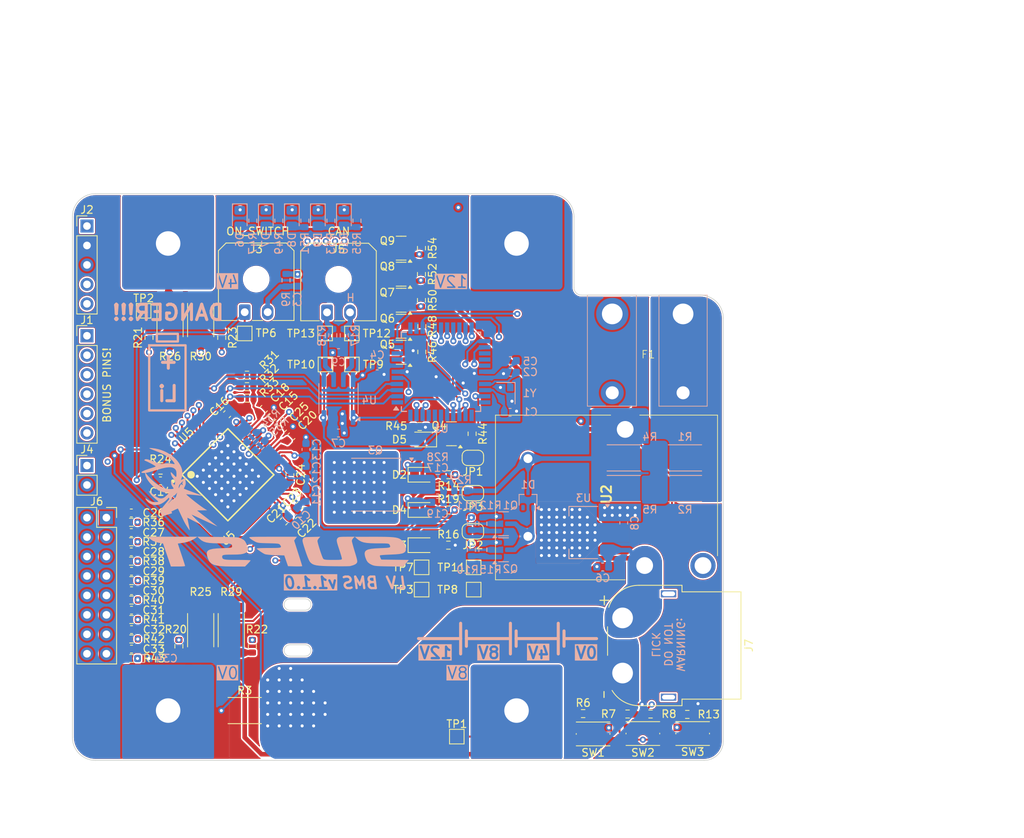
<source format=kicad_pcb>
(kicad_pcb (version 20240108) (generator "pcbnew") (generator_version "8.0")
  (title_block (title "LV BMS") (date "2025-03-08") (rev "1.1.0") (company "SUFST - Southampton University Formula Student Team") (comment 1 "STAG 11") (comment 2 "Alex Mills, Borhan Abdali, Ray Wang"))
  (layers (0 "F.Cu" signal) (1 "In1.Cu" signal) (2 "In2.Cu" signal) (3 "In3.Cu" signal) (4 "In4.Cu" signal) (31 "B.Cu" signal) (34 "B.Paste" user) (35 "F.Paste" user) (36 "B.SilkS" user "B.Silkscreen") (37 "F.SilkS" user "F.Silkscreen") (38 "B.Mask" user) (39 "F.Mask" user) (44 "Edge.Cuts" user))
  (net 0 "")
  (net 1 "AVSS")
  (net 2 "/MasterSwitch_low_side")
  (net 3 "/Osc1")
  (net 4 "/Osc2")
  (net 5 "+12V")
  (net 6 "Net-(C3-Pad2)")
  (net 7 "+5V")
  (net 8 "Net-(C9-Pad1)")
  (net 9 "VC3")
  (net 10 "VC2")
  (net 11 "VC1")
  (net 12 "VC0")
  (net 13 "Net-(D1-A)")
  (net 15 "/Bat3In")
  (net 16 "BAT")
  (net 17 "Net-(D3-A)")
  (net 18 "Net-(D4-A)")
  (net 19 "Net-(D5-K)")
  (net 20 "Net-(D5-A)")
  (net 21 "Net-(D6-K)")
  (net 22 "Net-(D6-A)")
  (net 23 "Net-(D7-K)")
  (net 24 "Net-(D7-A)")
  (net 25 "Net-(D8-K)")
  (net 26 "Net-(D8-A)")
  (net 27 "Net-(D9-K)")
  (net 28 "Net-(D9-A)")
  (net 29 "Net-(D10-K)")
  (net 30 "Net-(D10-A)")
  (net 31 "/Bat1In")
  (net 32 "/Bat2In")
  (net 33 "NEG5V")
  (net 34 "DVDD")
  (net 35 "CVDD")
  (net 36 "Net-(Q3-E)")
  (net 37 "REFHP")
  (net 38 "CB3")
  (net 39 "CB2")
  (net 40 "CB1")
  (net 41 "Net-(Q3-B)")
  (net 42 "Net-(Q3-C)")
  (net 43 "CB0")
  (net 44 "AVDD")
  (net 45 "Net-(J6-Pin_1)")
  (net 46 "Net-(J6-Pin_3)")
  (net 47 "Net-(J6-Pin_5)")
  (net 48 "Net-(J6-Pin_7)")
  (net 49 "Net-(J6-Pin_9)")
  (net 50 "Net-(J6-Pin_11)")
  (net 51 "Net-(J6-Pin_13)")
  (net 52 "Net-(J6-Pin_15)")
  (net 53 "Net-(D2-A)")
  (net 54 "Net-(D2-K)")
  (net 55 "Net-(D3-K)")
  (net 56 "Net-(D4-K)")
  (net 57 "Net-(J2-Pin_6)")
  (net 58 "Net-(J2-Pin_5)")
  (net 59 "Net-(J2-Pin_2)")
  (net 60 "Net-(J2-Pin_3)")
  (net 61 "Net-(J2-Pin_4)")
  (net 62 "Net-(J2-Pin_1)")
  (net 63 "/DBG_UART")
  (net 64 "Net-(Q1-G)")
  (net 65 "Net-(Q2-G)")
  (net 66 "Net-(R1-Pad2)")
  (net 67 "Net-(U1-RB5)")
  (net 68 "/LVBMS_Master_Switch")
  (net 69 "Net-(R27-Pad2)")
  (net 70 "/FAULT_N")
  (net 71 "/MCU_RX")
  (net 72 "/MCU_TX")
  (net 73 "Net-(U5-COMHP)")
  (net 74 "/BusTX")
  (net 75 "/BusRX")
  (net 76 "Net-(U5-COMHN)")
  (net 77 "Net-(U5-COMLN)")
  (net 78 "Net-(U5-COMLP)")
  (net 79 "TSREF")
  (net 80 "/~{MCLR}")
  (net 81 "/ICSPCLK")
  (net 82 "/ICSPDAT")
  (net 86 "/LED1")
  (net 89 "/SOC1")
  (net 90 "/SOC2")
  (net 91 "/SOC3")
  (net 94 "/SOC4")
  (net 95 "/SOC5")
  (net 98 "/Bat3InFuse")
  (net 99 "/OUT-")
  (net 107 "/Bat3In_Sh")
  (net 108 "/CANL-")
  (net 109 "/CANH+")
  (net 110 "/RelayCtrl")
  (footprint "Resistor_SMD:R_0603_1608Metric" (layer "F.Cu") (at 95.1912 88.9496 180)
    (property "Reference" "R37")
    (property "Value" "10k")
  )
  (footprint "sufst-lib:MountingHole_3.2mm_M3_Pad_TopBottom_with6mmClearanceForBMS" (layer "F.Cu") (at 100 50)
    (property "Reference" "H3" (hide yes))
    (property "Value" "4V")
  )
  (footprint "Resistor_SMD:R_0603_1608Metric" (layer "F.Cu") (at 95.2166 94.0296 180)
    (property "Reference" "R39")
    (property "Value" "10k")
  )
  (footprint "Resistor_SMD:R_0603_1608Metric" (layer "F.Cu") (at 163 111.45)
    (property "Reference" "R8")
    (property "Value" "10k")
  )
  (footprint "Jumper:SolderJumper-2_P1.3mm_Bridged_RoundedPad1.0x1.5mm" (layer "F.Cu") (at 139.8 87.6 180)
    (property "Reference" "JP2")
    (property "Value" "Jumper_2_Bridged")
  )
  (footprint "Resistor_SMD:R_2512_6332Metric" (layer "F.Cu") (at 104.25 60 -90)
    (property "Reference" "R30")
    (property "Value" "10")
  )
  (footprint "Jumper:SolderJumper-2_P1.3mm_Bridged_RoundedPad1.0x1.5mm" (layer "F.Cu") (at 139.8 78 180)
    (property "Reference" "JP1")
    (property "Value" "Jumper_2_Bridged")
  )
  (footprint "Capacitor_SMD:C_0603_1608Metric" (layer "F.Cu") (at 95.2166 92.8104)
    (property "Reference" "C29")
    (property "Value" "100n")
  )
  (footprint "Resistor_SMD:R_0603_1608Metric" (layer "F.Cu") (at 133.0813 50.612 90)
    (property "Reference" "R54")
    (property "Value" "10k")
  )
  (footprint "Resistor_SMD:R_2512_6332Metric_Pad1.40x3.35mm_HandSolder" (layer "F.Cu") (at 110 111)
    (property "Reference" "R3")
    (property "Value" "0.8m")
  )
  (footprint "Capacitor_SMD:C_0603_1608Metric" (layer "F.Cu") (at 95.2166 100.4304)
    (property "Reference" "C32")
    (property "Value" "100n")
  )
  (footprint "Capacitor_SMD:C_0603_1608Metric" (layer "F.Cu") (at 117.1 86.2 45)
    (property "Reference" "C22")
    (property "Value" "0.47uF")
  )
  (footprint "TestPoint:TestPoint_Pad_1.5x1.5mm" (layer "F.Cu") (at 124 61.75)
    (property "Reference" "TP12")
    (property "Value" "TestPoint_Small")
  )
  (footprint "LED_SMD:LED_0805_2012Metric_Pad1.15x1.40mm_HandSolder" (layer "F.Cu") (at 133.2 84.8)
    (property "Reference" "D4")
    (property "Value" "BQ_PWR_LED")
  )
  (footprint "Resistor_SMD:R_0603_1608Metric" (layer "F.Cu") (at 133.1313 60.812 90)
    (property "Reference" "R48")
    (property "Value" "10k")
  )
  (footprint "TestPoint:TestPoint_Pad_1.5x1.5mm" (layer "F.Cu") (at 139.9 95.2)
    (property "Reference" "TP8")
    (property "Value" "TestPoint_Small")
  )
  (footprint "TestPoint:TestPoint_Pad_1.5x1.5mm" (layer "F.Cu") (at 139.9 92.3)
    (property "Reference" "TP11")
    (property "Value" "TestPoint_Small")
  )
  (footprint "Button_Switch_SMD:SW_Push_1P1T_NO_CK_KMR2" (layer "F.Cu") (at 168.5 114)
    (property "Reference" "SW3")
    (property "Value" "SW_RESET")
  )
  (footprint "Resistor_SMD:R_0603_1608Metric" (layer "F.Cu") (at 160 111.45)
    (property "Reference" "R7")
    (property "Value" "10k")
  )
  (footprint "Package_TO_SOT_SMD:SOT-23" (layer "F.Cu") (at 130.4313 64.212 180)
    (property "Reference" "Q5")
    (property "Value" "XP262N7002TR-G")
  )
  (footprint "Resistor_SMD:R_0603_1608Metric" (layer "F.Cu") (at 136.625 80.2 180)
    (property "Reference" "R14")
    (property "Value" "4.7k")
  )
  (footprint "Resistor_SMD:R_0603_1608Metric" (layer "F.Cu") (at 95.2166 99.1096 180)
    (property "Reference" "R41")
    (property "Value" "10k")
  )
  (footprint "Resistor_SMD:R_2512_6332Metric" (layer "F.Cu") (at 104.25 100.5 90)
    (property "Reference" "R25")
    (property "Value" "10")
  )
  (footprint "Button_Switch_SMD:SW_Push_1P1T_NO_CK_KMR2" (layer "F.Cu") (at 155.5 114.05)
    (property "Reference" "SW1")
    (property "Value" "SW_Push")
  )
  (footprint "Resistor_SMD:R_0603_1608Metric" (layer "F.Cu") (at 97.5 62.3 90)
    (property "Reference" "R21")
    (property "Value" "100")
  )
  (footprint "TestPoint:TestPoint_Pad_1.5x1.5mm" (layer "F.Cu") (at 96.8 58.8)
    (property "Reference" "TP2")
    (property "Value" "TestPoint_Small")
  )
  (footprint "sufst-lib:MountingHole_3.2mm_M3_Pad_TopBottom_with6mmClearanceForBMS" (layer "F.Cu") (at 100 111)
    (property "Reference" "H4" (hide yes))
    (property "Value" "0V")
  )
  (footprint "Resistor_SMD:R_0603_1608Metric" (layer "F.Cu") (at 167.8 111.5)
    (property "Reference" "R13")
    (property "Value" "10k")
  )
  (footprint "LED_SMD:LED_0805_2012Metric_Pad1.15x1.40mm_HandSolder" (layer "F.Cu") (at 133.2 89.4)
    (property "Reference" "D3")
    (property "Value" "5V_LED")
  )
  (footprint "Resistor_SMD:R_0603_1608Metric" (layer "F.Cu") (at 154.2 111.4 180)
    (property "Reference" "R6")
    (property "Value" "10k")
  )
  (footprint "sufst:PAP0064F-IPC_A" (layer "F.Cu") (at 107.8 80.2 45)
    (property "Reference" "U5")
    (property "Value" "BQ79616PAPRQ1")
  )
  (footprint "Capacitor_SMD:C_0603_1608Metric" (layer "F.Cu") (at 95.2166 95.3504)
    (property "Reference" "C30")
    (property "Value" "100n")
  )
  (footprint "TestPoint:TestPoint_Pad_1.5x1.5mm" (layer "F.Cu") (at 124 65.8 180)
    (property "Reference" "TP9")
    (property "Value" "TestPoint_Small")
  )
  (footprint "Connector_PinHeader_2.54mm:PinHeader_1x05_P2.54mm_Vertical" (layer "F.Cu") (at 89.4 47.72)
    (property "Reference" "J1")
    (property "Value" "Prog")
  )
  (footprint "Resistor_SMD:R_0603_1608Metric" (layer "F.Cu") (at 95.2166 101.6496 180)
    (property "Reference" "R42")
    (property "Value" "10k")
  )
  (footprint "Connector_AMASS:AMASS_XT60PW-F_1x02_P7.20mm_Horizontal" (layer "F.Cu") (at 159.35 106.1 -90)
    (property "Reference" "J7")
    (property "Value" "Conn_01x02")
  )
  (footprint "sufst-lib:MountingHole_3.2mm_M3_Pad_TopBottom_with6mmClearanceForBMS" (layer "F.Cu") (at 145.5 50)
    (property "Reference" "H1" (hide yes))
    (property "Value" "12V")
  )
  (footprint "Resistor_SMD:R_0603_1608Metric" (layer "F.Cu") (at 133.0813 57.412 90)
    (property "Reference" "R50")
    (property "Value" "10k")
  )
  (footprint "sufst-lib:MountingHole_3.2mm_M3_Pad_TopBottom_with6mmClearanceForBMS" (layer "F.Cu") (at 145.5 111)
    (property "Reference" "H2" (hide yes))
    (property "Value" "8V")
  )
  (footprint "Capacitor_SMD:C_0603_1608Metric" (layer "F.Cu") (at 116.1 75.2 45)
    (property "Reference" "C20")
    (property "Value" "1uF")
  )
  (footprint "LED_SMD:LED_0805_2012Metric_Pad1.15x1.40mm_HandSolder" (layer "F.Cu") (at 133.2 75.6 180)
    (property "Reference" "D5")
    (property "Value" "LED1")
  )
  (footprint "Resistor_SMD:R_0603_1608Metric" (layer "F.Cu") (at 95.1912 86.4096 180)
    (property "Reference" "R36")
    (property "Value" "10k")
  )
  (footprint "Jumper:SolderJumper-2_P1.3mm_Bridged_RoundedPad1.0x1.5mm" (layer "F.Cu") (at 139.8 82.6 180)
    (property "Reference" "JP3")
    (property "Value" "Jumper_2_Bridged")
  )
  (footprint "Package_TO_SOT_SMD:SOT-23" (layer "F.Cu") (at 130.4313 54.012 180)
    (property "Reference" "Q8")
    (property "Value" "XP262N7002TR-G")
  )
  (footprint "Capacitor_SMD:C_0603_1608Metric" (layer "F.Cu") (at 95.2166 102.9704)
    (property "Reference" "C33")
    (property "Value" "100n")
  )
  (footprint "Resistor_SMD:R_0603_1608Metric" (layer "F.Cu") (at 95.2166 96.5696 180)
    (property "Reference" "R40")
    (property "Value" "10k")
  )
  (footprint "Resistor_SMD:R_0603_1608Metric" (layer "F.Cu") (at 136.6 89.4 180)
    (property "Reference" "R16")
    (property "Value" "2.2k")
  )
  (footprint "Capacitor_SMD:C_0603_1608Metric" (layer "F.Cu") (at 95.1912 90.2704)
    (property "Reference" "C28")
    (property "Value" "100n")
  )
  (footprint "TestPoint:TestPoint_Pad_1.5x1.5mm" (layer "F.Cu") (at 137.7 114.4)
    (property "Reference" "TP1")
    (property "Value" "TestPoint_Small")
  )
  (footprint "Resistor_SMD:R_2512_6332Metric" (layer "F.Cu") (at 100.25 60 90)
    (property "Reference" "R26")
    (property "Value" "10")
  )
  (footprint "Capacitor_SMD:C_0603_1608Metric" (layer "F.Cu") (at 115 74.1 45)
    (property "Reference" "C25")
    (property "Value" "1uF")
  )
  (footprint "Connector_Molex:Molex_Micro-Fit_3.0_43650-0200_1x02_P3.00mm_Horizontal" (layer "F.Cu") (at 120.75 59)
    (property "Reference" "J5")
    (property "Value" "CAN")
  )
  (footprint "Package_TO_SOT_SMD:SOT-23" (layer "F.Cu") (at 130.4313 50.612 180)
    (property "Reference" "Q9")
    (property "Value" "XP262N7002TR-G")
  )
  (footprint "Resistor_SMD:R_0603_1608Metric" (layer "F.Cu") (at 133.1313 64.162 90)
    (property "Reference" "R46")
    (property "Value" "10k")
  )
  (footprint "TestPoint:TestPoint_Pad_1.5x1.5mm" (layer "F.Cu") (at 133.1 92.3)
    (property "Reference" "TP7")
    (property "Value" "TestPoint_Small")
  )
  (footprint "LED_SMD:LED_0805_2012Metric_Pad1.15x1.40mm_HandSolder" (layer "F.Cu") (at 133.2 80.2)
    (property "Reference" "D2")
    (property "Value" "12V_LED")
  )
  (footprint "Connector_PinHeader_2.54mm:PinHeader_1x02_P2.54mm_Vertical" (layer "F.Cu") (at 89.4 79)
    (property "Reference" "J4")
    (property "Value" "DBG_UART")
  )
  (footprint "Resistor_SMD:R_0603_1608Metric" (layer "F.Cu") (at 111 102.6 90)
    (property "Reference" "R22")
    (property "Value" "100")
  )
  (footprint "Resistor_SMD:R_0603_1608Metric" (layer "F.Cu") (at 99 79.6)
    (property "Reference" "R24")
    (property "Value" "30")
  )
  (footprint "TestPoint:TestPoint_Pad_1.5x1.5mm" (layer "F.Cu") (at 110 61.75)
    (property "Reference" "TP6")
    (property "Value" "TestPoint_Small")
  )
  (footprint "Capacitor_SMD:C_0603_1608Metric" (layer "F.Cu") (at 95.1912 85.1904)
    (property "Reference" "C26")
    (property "Value" "100n")
  )
  (footprint "Resistor_SMD:R_0603_1608Metric" (layer "F.Cu") (at 133.0813 54.012 90)
    (property "Reference" "R52")
    (property "Value" "10k")
  )
  (footprint "Resistor_SMD:R_0603_1608Metric" (layer "F.Cu") (at 132.85 73.9 180)
    (property "Reference" "R45")
    (property "Value" "1k")
  )
  (footprint "Capacitor_SMD:C_0603_1608Metric" (layer "F.Cu") (at 95.1912 87.7558)
    (property "Reference" "C27")
    (property "Value" "100n")
  )
  (footprint "Resistor_SMD:R_0603_1608Metric" (layer "F.Cu") (at 110.3 67.2)
    (property "Reference" "R31")
    (property "Value" "100K")
  )
  (footprint "TestPoint:TestPoint_Pad_1.5x1.5mm" (layer "F.Cu") (at 133.1 95.2)
    (property "Reference" "TP3")
    (property "Value" "TestPoint_Small")
  )
  (footprint "Resistor_SMD:R_0603_1608Metric" (layer "F.Cu") (at 110.3 68.7)
    (property "Reference" "R32")
    (property "Value" "100K")
  )
  (footprint "Resistor_SMD:R_2512_6332Metric" (layer "F.Cu") (at 108.25 100.5 90)
    (property "Reference" "R29")
    (property "Value" "10")
  )
  (footprint "Package_TO_SOT_SMD:SOT-23" (layer "F.Cu") (at 130.4313 57.412 180)
    (property "Reference" "Q7")
    (property "Value" "XP262N7002TR-G")
  )
  (footprint "sufst:T9GV5L145" (layer "F.Cu") (at 159.75 74.28 -90)
    (property "Reference" "U2")
    (property "Value" "832A-1A-F-C-12VDC" (hide yes))
  )
  (footprint "Capacitor_SMD:C_0603_1608Metric" (layer "F.Cu") (at 107.7 72.3 45)
    (property "Reference" "C16")
    (property "Value" "2.2uF")
  )
  (footprint "Capacitor_SMD:C_0603_1608Metric" (layer "F.Cu") (at 99 81 180)
    (property "Reference" "C14")
    (property "Value" "10nF")
  )
  (footprint "TestPoint:TestPoint_Pad_1.5x1.5mm" (layer "F.Cu") (at 120.55 65.8 180)
    (property "Reference" "TP10")
    (property "Value" "TestPoint_Small")
  )
  (footprint "Capacitor_SMD:C_0603_1608Metric" (layer "F.Cu") (at 115.1 86.3 45)
    (property "Reference" "C21")
    (property "Value" "0.47uF")
  )
  (footprint "Connector_PinSocket_2.54mm:PinSocket_2x08_P2.54mm_Vertical" (layer "F.Cu") (at 91.94 85.8)
    (property "Reference" "J6")
    (property "Value" "Thermin")
  )
  (footprint "Capacitor_SMD:C_0603_1608Metric" (layer "F.Cu") (at 117.2 84.2 45)
    (property "Reference" "C23")
    (property "Value" "0.47uF")
  )
  (footprint "Package_TO_SOT_SMD:SOT-23" (layer "F.Cu") (at 130.4313 60.812 180)
    (property "Reference" "Q6")
    (property "Value" "XP262N7002TR-G")
  )
  (footprint "Connector_Molex:Molex_Micro-Fit_3.0_43650-0200_1x02_P3.00mm_Horizontal" (layer "F.Cu") (at 110 58.97)
    (property "Reference" "J3")
    (property "Value" "LVMS")
  )
  (footprint "Resistor_SMD:R_0603_1608Metric" (layer "F.Cu") (at 95.1912 91.4896 180)
    (property "Reference" "R38")
    (property "Value" "10k")
  )
  (footprint "Resistor_SMD:R_0603_1608Metric" (layer "F.Cu") (at 107 62.3 -90)
    (property "Reference" "R23")
    (property "Value" "100")
  )
  (footprint "Resistor_SMD:R_0603_1608Metric" (layer "F.Cu") (at 110.325 70.2)
    (property "Reference" "R33")
    (property "Value" "100K")
  )
  (footprint "Capacitor_SMD:C_0603_1608Metric" (layer "F.Cu") (at 95.2166 97.8904)
    (property "Reference" "C31")
    (property "Value" "100n")
  )
  (footprint "Package_TO_SOT_SMD:SOT-23" (layer "F.Cu") (at 137 74.85 180)
    (property "Reference" "Q4")
    (property "Value" "XP262N7002TR-G")
  )
  (footprint "Capacitor_SMD:C_0603_1608Metric" (layer "F.Cu") (at 113.6 72.7 45)
    (property "Reference" "C15")
    (property "Value" "0.1uF")
  )
  (footprint "TestPoint:TestPoint_Pad_1.5x1.5mm" (layer "F.Cu") (at 120.5 61.75)
    (property "Reference" "TP13")
    (property "Value" "TestPoint_Small")
  )
  (footprint "Connector_PinHeader_2.54mm:PinHeader_1x06_P2.54mm_Vertical" (layer "F.Cu") (at 89.4 62.05)
    (property "Reference" "J2")
    (property "Value" "bonus_pins")
  )
  (footprint "Capacitor_SMD:C_0603_1608Metric" (layer "F.Cu") (at 115.9 80.2 -90)
    (property "Reference" "C24")
    (property "Value" "0.47uF")
  )
  (footprint "Capacitor_SMD:C_0603_1608Metric" (layer "F.Cu") (at 112.5 71.6 45)
    (property "Reference" "C18")
    (property "Value" "4.7uF")
  )
  (footprint "Resistor_SMD:R_0603_1608Metric" (layer "F.Cu") (at 136.6 84.8)
    (property "Reference" "R19")
    (property "Value" "1K")
  )
  (footprint "Resistor_SMD:R_0603_1608Metric" (layer "F.Cu") (at 101.4 102.6 90)
    (property "Reference" "R20")
    (property "Value" "100")
  )
  (footprint "Button_Switch_SMD:SW_Push_1P1T_NO_CK_KMR2" (layer "F.Cu") (at 162 114)
    (property "Reference" "SW2")
    (property "Value" "SW_Push")
  )
  (footprint "Resistor_SMD:R_0603_1608Metric" (layer "F.Cu") (at 95.2166 104.1896 180)
    (property "Reference" "R43")
    (property "Value" "10k")
  )
  (footprint "Resistor_SMD:R_0603_1608Metric" (layer "F.Cu") (at 139.7 74.85 90)
    (property "Reference" "R44")
    (property "Value" "10k")
  )
  (footprint "Resistor_SMD:R_0603_1608Metric" (layer "B.Cu") (at 110.9 75.3 -135)
    (property "Reference" "R34")
    (property "Value" "1K")
  )
  (footprint "Capacitor_SMD:C_0603_1608Metric" (layer "B.Cu") (at 156.75 92.25 180)
    (property "Reference" "C6")
    (property "Value" "10u")
  )
  (footprint "Resistor_SMD:R_0603_1608Metric" (layer "B.Cu") (at 141.1 86.6 -90)
    (property "Reference" "R12")
    (property "Value" "10k")
  )
  (footprint "Capacitor_SMD:C_0603_1608Metric" (layer "B.Cu") (at 159.5 86.5 90)
    (property "Reference" "C8")
    (property "Value" "10u")
  )
  (footprint "Resistor_SMD:R_2512_6332Metric_Pad1.40x3.35mm_HandSolder" (layer "B.Cu") (at 167.5 78 180)
    (property "Reference" "R1")
    (property "Value" "2m")
  )
  (footprint "Package_TO_SOT_SMD:SOT-23" (layer "B.Cu") (at 143.8 90)
    (property "Reference" "Q2")
    (property "Value" "XP262N7002TR-G")
  )
  (footprint "sufst:stag-logo" (layer "B.Cu") (at 101.5 82.1 180)
    (property "Reference" "G***" (hide yes))
    (property "Value" "LOGO" (hide yes))
  )
  (footprint "Resistor_SMD:R_0603_1608Metric" (layer "B.Cu") (at 121.256 47.0408 -90)
    (property "Reference" "R53")
    (property "Value" "1k")
  )
  (footprint "sufst-lib:SUFST" (layer "B.Cu") (at 114.4 90.2 180)
    (property "Reference" "G***" (hide yes))
    (property "Value" "LOGO" (hide yes))
  )
  (footprint "Capacitor_SMD:C_0603_1608Metric" (layer "B.Cu") (at 127.3 66 180)
    (property "Reference" "C4")
    (property "Value" "100n")
  )
  (footprint "LED_SMD:LED_0805_2012Metric_Pad1.15x1.40mm_HandSolder" (layer "B.Cu") (at 109.356 46.6908 -90)
    (property "Reference" "D6")
    (property "Value" "SOC1")
  )
  (footprint "LED_SMD:LED_0805_2012Metric_Pad1.15x1.40mm_HandSolder" (layer "B.Cu") (at 116.156 46.6908 -90)
    (property "Reference" "D8")
    (property "Value" "SOC3")
  )
  (footprint "Package_TO_SOT_SMD:SOT-23" (layer "B.Cu") (at 143.8 86.6)
    (property "Reference" "Q1")
    (property "Value" "XP262N7002TR-G")
  )
  (footprint "Capacitor_SMD:C_0603_1608Metric" (layer "B.Cu") (at 118 79.9 -90)
    (property "Reference" "C12")
    (property "Value" "0.47uF")
  )
  (footprint "Capacitor_SMD:C_0603_1608Metric" (layer "B.Cu") (at 118 76.9 90)
    (property "Reference" "C13")
    (property "Value" "0.47uF")
  )
  (footprint "Capacitor_SMD:C_0603_1608Metric" (layer "B.Cu") (at 144.711 66.8262)
    (property "Reference" "C2")
    (property "Value" "10p")
  )
  (footprint "Capacitor_SMD:C_0603_1608Metric" (layer "B.Cu") (at 116.9 54.8 90)
    (property "Reference" "C3")
    (property "Value" "10u")
  )
  (footprint "Resistor_SMD:R_0603_1608Metric" (layer "B.Cu") (at 115.4 54.8 -90)
    (property "Reference" "R9")
    (property "Value" "1M")
  )
  (footprint "Capacitor_SMD:C_0603_1608Metric" (layer "B.Cu") (at 118 82.9 90)
    (property "Reference" "C11")
    (property "Value" "0.47uF")
  )
  (footprint "Resistor_SMD:R_0603_1608Metric" (layer "B.Cu") (at 112 76.4 -135)
    (property "Reference" "R35")
    (property "Value" "1K")
  )
  (footprint "LED_SMD:LED_0805_2012Metric_Pad1.15x1.40mm_HandSolder" (layer "B.Cu") (at 119.556 46.6908 -90)
    (property "Reference" "D9")
    (property "Value" "SOC4")
  )
  (footprint "Resistor_SMD:R_2512_6332Metric_Pad1.40x3.35mm_HandSolder" (layer "B.Cu") (at 167.5 82 180)
    (property "Reference" "R2")
    (property "Value" "2m")
  )
  (footprint "Crystal:Crystal_SMD_SeikoEpson_FA128-4Pin_2.0x1.6mm" (layer "B.Cu") (at 144.111 69.5512 -90)
    (property "Reference" "Y1")
    (property "Value" "40MHz")
  )
  (footprint "Capacitor_SMD:C_0603_1608Metric" (layer "B.Cu") (at 122.25 74.75 180)
    (property "Reference" "C7")
    (property "Value" "100n")
  )
  (footprint "Resistor_SMD:R_0603_1608Metric" (layer "B.Cu") (at 124.656 47.0408 -90)
    (property "Reference" "R55")
    (property "Value" "1k")
  )
  (footprint "Resistor_SMD:R_2512_6332Metric_Pad1.40x3.35mm_HandSolder" (layer "B.Cu") (at 159.5 78 180)
    (property "Reference" "R4")
    (property "Value" "2m")
  )
  (footprint "Capacitor_SMD:C_0603_1608Metric" (layer "B.Cu") (at 135.2 83.8 180)
    (property "Reference" "C19")
    (property "Value" "0.1uF")
  )
  (footprint "Capacitor_SMD:C_0603_1608Metric" (layer "B.Cu") (at 96.775 104.2)
    (property "Reference" "C34")
    (property "Value" "1uF")
  )
  (footprint "Resistor_SMD:R_0603_1608Metric" (layer "B.Cu") (at 141.1 90 -90)
    (property "Reference" "R15")
    (property "Value" "10k")
  )
  (footprint "Capacitor_SMD:C_0603_1608Metric" (layer "B.Cu") (at 122.25 64.25 180)
    (property "Reference" "C9")
    (property "Value" "4.7n")
  )
  (footprint "Resistor_SMD:R_2512_6332Metric_Pad1.40x3.35mm_HandSolder" (layer "B.Cu") (at 159.5 82 180)
    (property "Reference" "R5")
    (property "Value" "2m")
  )
  (footprint "Capacitor_SMD:C_0603_1608Metric" (layer "B.Cu") (at 144.661 72.0512 180)
    (property "Reference" "C1")
    (property "Value" "10p")
  )
  (footprint "Resistor_SMD:R_0603_1608Metric" (layer "B.Cu") (at 123 62 90)
    (property "Reference" "R17")
    (property "Value" "60R")
  )
  (footprint "Package_SO:SOIC-8_3.9x4.9mm_P1.27mm" (layer "B.Cu") (at 122.25 70.25 90)
    (property "Reference" "U4")
    (property "Value" "MAX3051ESA+")
  )
  (footprint "Package_QFP:TQFP-44_10x10mm_P0.8mm" (layer "B.Cu") (at 135.636 66.7512)
    (property "Reference" "U1")
    (property "Value" "PIC18F47Q84-I/PT")
  )
  (footprint "Package_TO_SOT_SMD:SOT-223-3_TabPin2" (layer "B.Cu") (at 154.250002 87.75 180)
    (property "Reference" "U3")
    (property "Value" "AMS1117-5.0")
  )
  (footprint "Resistor_SMD:R_0603_1608Metric" (layer "B.Cu") (at 135.2 80.7 180)
    (property "Reference" "R28")
    (property "Value" "200")
  )
  (footprint "Resistor_SMD:R_0603_1608Metric" (layer "B.Cu") (at 121.5 62 -90)
    (property "Reference" "R18")
    (property "Value" "60R")
  )
  (footprint "Resistor_SMD:R_0603_1608Metric" (layer "B.Cu") (at 138.2 82.3 180)
    (property "Reference" "R27")
    (property "Value" "300")
  )
  (footprint "Resistor_SMD:R_0603_1608Metric" (layer "B.Cu") (at 139.6 90 -90)
    (property "Reference" "R10")
    (property "Value" "1k")
  )
  (footprint "sufst-lib:01000060Z" (layer "B.Cu") (at 162 64.5 90)
    (property "Reference" "F1")
    (property "Value" "01000067Z")
  )
  (footprint "Package_TO_SOT_SMD:TO-252-3_TabPin2" (layer "B.Cu") (at 127.06 81.5 180)
    (property "Reference" "Q3")
    (property "Value" "Q_NPN_BCE")
  )
  (footprint "Package_TO_SOT_SMD:SOT-323_SC-70" (layer "B.Cu") (at 147 83.5 90)
    (property "Reference" "D1")
    (property "Value" "BAT54W")
  )
  (footprint "Capacitor_SMD:C_0603_1608Metric" (layer "B.Cu") (at 135.2 82.2 180)
    (property "Reference" "C17")
    (property "Value" "0.22uF")
  )
  (footprint "Capacitor_SMD:C_0603_1608Metric" (layer "B.Cu") (at 144.7 65.3)
    (property "Reference" "C5")
    (property "Value" "100n")
  )
  (footprint "LED_SMD:LED_0805_2012Metric_Pad1.15x1.40mm_HandSolder" (layer "B.Cu") (at 112.756 46.6908 -90)
    (property "Reference" "D7")
    (property "Value" "SOC2")
  )
  (footprint "LED_SMD:LED_0805_2012Metric_Pad1.15x1.40mm_HandSolder" (layer "B.Cu") (at 122.956 46.6908 -90)
    (property "Reference" "D10")
    (property "Value" "SOC5")
  )
  (footprint "Resistor_SMD:R_0603_1608Metric" (layer "B.Cu") (at 117.856 47.0408 -90)
    (property "Reference" "R51")
    (property "Value" "1k")
  )
  (footprint "Resistor_SMD:R_0603_1608Metric" (layer "B.Cu") (at 139.6 86.6 -90)
    (property "Reference" "R11")
    (property "Value" "1k")
  )
  (footprint "Resistor_SMD:R_0603_1608Metric" (layer "B.Cu") (at 114.456 47.0408 -90)
    (property "Reference" "R49")
    (property "Value" "1k")
  )
  (footprint "Capacitor_SMD:C_0603_1608Metric" (layer "B.Cu") (at 116.3 85.1 45)
    (property "Reference" "C10")
    (property "Value" "0.47uF")
  )
  (footprint "Resistor_SMD:R_0603_1608Metric" (layer "B.Cu") (at 111.056 47.0408 -90)
    (property "Reference" "R47")
    (property "Value" "1k")
  )
  (gr_rect (start 97.525 63.3) (end 102.275 71.8) (stroke (width 0.3)) (fill none) (layer "B.SilkS"))
  (gr_line (start 155.95 101.6) (end 151.7 101.6) (stroke (width 0.4)) (layer "B.SilkS"))
  (gr_line (start 151.7 100.6) (end 151.7 102.6) (stroke (width 0.4)) (layer "B.SilkS"))
  (gr_line (start 138.2 101.6) (end 132.7 101.6) (stroke (width 0.4)) (layer "B.SilkS"))
  (gr_line (start 145.45 100.6) (end 145.45 102.6) (stroke (width 0.4)) (layer "B.SilkS"))
  (gr_line (start 144.7 99.6) (end 144.7 103.6) (stroke (width 0.4)) (layer "B.SilkS"))
  (gr_line (start 138.95 100.6) (end 138.95 102.6) (stroke (width 0.4)) (layer "B.SilkS"))
  (gr_line (start 150.95 101.6) (end 145.45 101.6) (stroke (width 0.4)) (layer "B.SilkS"))
  (gr_rect (start 98.525 61.8) (end 101.275 62.8) (stroke (width 0.3)) (fill none) (layer "B.SilkS"))
  (gr_line (start 150.95 99.6) (end 150.95 103.6) (stroke (width 0.4)) (layer "B.SilkS"))
  (gr_line (start 138.2 99.6) (end 138.2 103.6) (stroke (width 0.4)) (layer "B.SilkS"))
  (gr_line (start 144.45 101.6) (end 138.95 101.6) (stroke (width 0.4)) (layer "B.SilkS"))
  (gr_arc (start 115.9 97.9) (mid 115.15 97.15) (end 115.9 96.4) (stroke (width 0.1)) (layer "Edge.Cuts"))
  (gr_arc (start 169.5 56.75) (mid 171.62132 57.62868) (end 172.5 59.75) (stroke (width 0.1)) (layer "Edge.Cuts"))
  (gr_line (start 87.5 114.5) (end 87.5 46.5) (stroke (width 0.1)) (layer "Edge.Cuts"))
  (gr_arc (start 90.5 117.5) (mid 88.37868 116.62132) (end 87.5 114.5) (stroke (width 0.1)) (layer "Edge.Cuts"))
  (gr_line (start 153 46.5) (end 153 55.75) (stroke (width 0.1)) (layer "Edge.Cuts"))
  (gr_line (start 172.5 59.75) (end 172.5 115) (stroke (width 0.1)) (layer "Edge.Cuts"))
  (gr_arc (start 117.9 96.4) (mid 118.65 97.15) (end 117.9 97.9) (stroke (width 0.1)) (layer "Edge.Cuts"))
  (gr_arc (start 172.5 115) (mid 171.767767 116.767767) (end 170 117.5) (stroke (width 0.1)) (layer "Edge.Cuts"))
  (gr_arc (start 115.9 103.9) (mid 115.15 103.15) (end 115.9 102.4) (stroke (width 0.1)) (layer "Edge.Cuts"))
  (gr_line (start 154 56.75) (end 169.5 56.75) (stroke (width 0.1)) (layer "Edge.Cuts"))
  (gr_line (start 170 117.5) (end 90.5 117.5) (stroke (width 0.1)) (layer "Edge.Cuts"))
  (gr_arc (start 87.5 46.5) (mid 88.37868 44.37868) (end 90.5 43.5) (stroke (width 0.1)) (layer "Edge.Cuts"))
  (gr_arc (start 154 56.75) (mid 153.292893 56.457107) (end 153 55.75) (stroke (width 0.1)) (layer "Edge.Cuts"))
  (gr_line (start 117.9 97.9) (end 115.9 97.9) (stroke (width 0.1)) (layer "Edge.Cuts"))
  (gr_line (start 117.9 103.9) (end 115.9 103.9) (stroke (width 0.1)) (layer "Edge.Cuts"))
  (gr_line (start 90.5 43.5) (end 150 43.5) (stroke (width 0.1)) (layer "Edge.Cuts"))
  (gr_arc (start 150 43.5) (mid 152.12132 44.37868) (end 153 46.5) (stroke (width 0.1)) (layer "Edge.Cuts"))
  (gr_line (start 115.9 102.4) (end 117.9 102.4) (stroke (width 0.1)) (layer "Edge.Cuts"))
  (gr_line (start 115.9 96.4) (end 117.9 96.4) (stroke (width 0.1)) (layer "Edge.Cuts"))
  (gr_arc (start 117.9 102.4) (mid 118.65 103.15) (end 117.9 103.9) (stroke (width 0.1)) (layer "Edge.Cuts"))
  (gr_text "DANGER!!!\n" (at 100 60.2 0) (layer "B.SilkS") (effects (font (size 2 2) (thickness 0.4) (bold yes)) (justify bottom mirror)))
  (gr_text "LV BMS" (at 131.3 95.2 0) (layer "B.SilkS") (effects (font (size 1.5 1.5) (thickness 0.3) (bold yes) (italic yes)) (justify left bottom mirror)))
  (gr_text "12V" (at 137.2 104.35 0) (layer "B.SilkS" knockout) (effects (font (size 1.5 1.5) (thickness 0.3) (bold yes)) (justify left bottom mirror)))
  (gr_text "+" (at 101.525 66.55 0) (layer "B.SilkS") (effects (font (size 2 2) (thickness 0.4) (bold yes)) (justify left bottom mirror)))
  (gr_text "8V" (at 143.45 104.35 0) (layer "B.SilkS" knockout) (effects (font (size 1.5 1.5) (thickness 0.3) (bold yes)) (justify left bottom mirror)))
  (gr_text "WARNING:\nDO NOT\nLICK" (at 163.1 102.4 270) (layer "B.SilkS") (effects (font (size 1 1)) (justify bottom mirror)))
  (gr_text "4V" (at 109.3 55.9 0) (layer "B.SilkS" knockout) (effects (font (size 1.5 1.5) (thickness 0.1875)) (justify left bottom mirror)))
  (gr_text "0V" (at 156.2 104.35 0) (layer "B.SilkS" knockout) (effects (font (size 1.5 1.5) (thickness 0.3) (bold yes)) (justify left bottom mirror)))
  (gr_text "Li" (at 101.525 70.8 0) (layer "B.SilkS") (effects (font (size 2 2) (thickness 0.4) (bold yes)) (justify left bottom mirror)))
  (gr_text "8V" (at 139.3 107 0) (layer "B.SilkS" knockout) (effects (font (size 1.5 1.5) (thickness 0.1875)) (justify left bottom mirror)))
  (gr_text "0V" (at 109.3 107 0) (layer "B.SilkS" knockout) (effects (font (size 1.5 1.5) (thickness 0.1875)) (justify left bottom mirror)))
  (gr_text "12V" (at 139.2 55.9 0) (layer "B.SilkS" knockout) (effects (font (size 1.5 1.5) (thickness 0.1875)) (justify left bottom mirror)))
  (gr_text "v1.1.0" (at 122.3 95.2 0) (layer "B.SilkS" knockout) (effects (font (size 1.5 1.5) (thickness 0.3) (bold yes) (italic yes)) (justify left bottom mirror)))
  (gr_text "4V" (at 149.95 104.35 0) (layer "B.SilkS" knockout) (effects (font (size 1.5 1.5) (thickness 0.3) (bold yes)) (justify left bottom mirror)))
  (gr_text "H" (at 123.2 56.4 -180) (layer "B.SilkS") (effects (font (size 1 1)) (justify left bottom mirror)))
  (gr_text "ON_SWITCH" (at 107.5 49 0) (layer "F.SilkS") (effects (font (size 1 1)) (justify left bottom)))
  (gr_text "CAN" (at 120.75 49 0) (layer "F.SilkS") (effects (font (size 1 1)) (justify left bottom)))
  (gr_text "BONUS PINS!" (at 92.6 73.5 90) (layer "F.SilkS") (effects (font (size 1 1)) (justify left bottom)))
  (segment (start 100 111) (end 100 107.7125) (width 0.6) (layer "F.Cu") (net 1))
  (segment (start 104.2125 103.425) (end 104.25 103.4625) (width 0.6) (layer "F.Cu") (net 1))
  (segment (start 93 77.7) (end 100 77.7) (width 0.25) (layer "F.Cu") (net 1))
  (segment (start 100 107.7125) (end 104.25 103.4625) (width 0.6) (layer "F.Cu") (net 1))
  (segment (start 101.4 103.425) (end 104.2125 103.425) (width 0.6) (layer "F.Cu") (net 1))
  (segment (start 100 77.7) (end 101.135177 78.835177) (width 0.25) (layer "F.Cu") (net 1))
  (segment (start 153.45 114.85) (end 157.55 114.85) (width 0.6) (layer "F.Cu") (net 1))
  (segment (start 157.55 114.85) (end 157.55 115.15) (width 0.6) (layer "F.Cu") (net 1))
  (segment (start 101.135177 78.835177) (end 101.135177 78.838478) (width 0.25) (layer "F.Cu") (net 1))
  (segment (start 157.55 115.15) (end 158.2 115.8) (width 0.6) (layer "F.Cu") (net 1))
  (via (at 145.5 71.9) (size 0.8) (drill 0.4) (layers "F.Cu" "B.Cu") (net 1))
  (via (at 107 77.2) (size 0.8) (drill 0.4) (layers "F.Cu" "B.Cu") (net 1))
  (via (at 108.6 78.8) (size 0.8) (drill 0.4) (layers "F.Cu" "B.Cu") (net 1))
  (via (at 137.9 45.3) (size 0.8) (drill 0.4) (layers "F.Cu" "B.Cu") (net 1))
  (via (at 104.6 79.6) (size 0.8) (drill 0.4) (layers "F.Cu" "B.Cu") (net 1))
  (via (at 108.6 77.2) (size 0.8) (drill 0.4) (layers "F.Cu" "B.Cu") (net 1))
  (via (at 122.75 72.25) (size 0.8) (drill 0.4) (layers "F.Cu" "B.Cu") (net 1))
  (via (at 116.3 73.9) (size 0.8) (drill 0.4) (layers "F.Cu" "B.Cu") (net 1))
  (via (at 108.6 80.4) (size 0.8) (drill 0.4) (layers "F.Cu" "B.Cu") (net 1))
  (via (at 106.95 111) (size 0.8) (drill 0.4) (layers "F.Cu" "B.Cu") (net 1))
  (via (at 138.5316 68.2244) (size 0.8) (drill 0.4) (layers "F.Cu" "B.Cu") (net 1))
  (via (at 111 79.6) (size 0.8) (drill 0.4) (layers "F.Cu" "B.Cu") (net 1))
  (via (at 108.6 83.6) (size 0.8) (drill 0.4) (layers "F.Cu" "B.Cu") (net 1))
  (via (at 113.8 71.4) (size 0.8) (drill 0.4) (layers "F.Cu" "B.Cu") (net 1))
  (via (at 158 84.5) (size 0.8) (drill 0.4) (layers "F.Cu" "B.Cu") (net 1))
  (via (at 106.2 82.8) (size 0.8) (drill 0.4) (layers "F.Cu" "B.Cu") (net 1))
  (via (at 142.8625 89.05) (size 0.8) (drill 0.4) (layers "F.Cu" "B.Cu") (net 1))
  (via (at 157 84.5) (size 0.8) (drill 0.4) (layers "F.Cu" "B.Cu") (net 1))
  (via (at 143.8 67) (size 0.8) (drill 0.4) (layers "F.Cu" "B.Cu") (net 1))
  (via (at 109.4 79.6) (size 0.8) (drill 0.4) (layers "F.Cu" "B.Cu") (net 1))
  (via (at 161 85.5) (size 0.8) (drill 0.4) (layers "F.Cu" "B.Cu") (net 1))
  (via (at 107.8 78) (size 0.8) (drill 0.4) (layers "F.Cu" "B.Cu") (net 1))
  (via (at 160 84.5) (size 0.8) (drill 0.4) (layers "F.Cu" "B.Cu") (net 1))
  (via (at 161 84.5) (size 0.8) (drill 0.4) (layers "F.Cu" "B.Cu") (net 1))
  (via (at 122.75 73.5) (size 0.8) (drill 0.4) (layers "F.Cu" "B.Cu") (net 1))
  (via (at 109.4 82.8) (size 0.8) (drill 0.4) (layers "F.Cu" "B.Cu") (net 1))
  (via (at 131.2164 66.7512) (size 0.8) (drill 0.4) (layers "F.Cu" "B.Cu") (net 1))
  (via (at 111.8 80.4) (size 0.8) (drill 0.4) (layers "F.Cu" "B.Cu") (net 1))
  (via (at 105.4 82) (size 0.8) (drill 0.4) (layers "F.Cu" "B.Cu") (net 1))
  (via (at 107 80.4) (size 0.8) (drill 0.4) (layers "F.Cu" "B.Cu") (net 1))
  (via (at 105.4 80.4) (size 0.8) (drill 0.4) (layers "F.Cu" "B.Cu") (net 1))
  (via (at 110.2 80.4) (size 0.8) (drill 0.4) (layers "F.Cu" "B.Cu") (net 1))
  (via (at 153.9 73.2) (size 0.8) (drill 0.4) (layers "F.Cu" "B.Cu") (net 1))
  (via (at 110.2 82) (size 0.8) (drill 0.4) (layers "F.Cu" "B.Cu") (net 1))
  (via (at 107.8 81.2) (size 0.8) (drill 0.4) (layers "F.Cu" "B.Cu") (net 1))
  (via (at 135.975 83.725) (size 0.8) (drill 0.4) (layers "F.Cu" "B.Cu") (net 1))
  (via (at 105.4 78.8) (size 0.8) (drill 0.4) (layers "F.Cu" "B.Cu") (net 1))
  (via (at 107 82) (size 0.8) (drill 0.4) (layers "F.Cu" "B.Cu") (net 1))
  (via (at 125.4 67.2) (size 0.8) (drill 0.4) (layers "F.Cu" "B.Cu") (net 1))
  (via (at 118 75.3) (size 0.8) (drill 0.4) (layers "F.Cu" "B.Cu") (net 1))
  (via (at 110.2 78.8) (size 0.8) (drill 0.4) (layers "F.Cu" "B.Cu") (net 1))
  (via (at 160 85.5) (size 0.8) (drill 0.4) (layers "F.Cu" "B.Cu") (net 1))
  (via (at 106.2 79.6) (size 0.8) (drill 0.4) (layers "F.Cu" "B.Cu") (net 1))
  (via (at 156 92.2) (size 0.8) (drill 0.4) (layers "F.Cu" "B.Cu") (net 1))
  (via (at 121.5 64.25) (size 0.8) (drill 0.4) (layers "F.Cu" "B.Cu") (net 1))
  (via (at 135 67.4) (size 0.8) (drill 0.4) (layers "F.Cu" "B.Cu") (net 1))
  (via (at 107 78.8) (size 0.8) (drill 0.4) (layers "F.Cu" "B.Cu") (net 1))
  (via (at 144.9 70.6) (size 0.8) (drill 0.4) (layers "F.Cu" "B.Cu") (net 1))
  (via (at 107.8 82.8) (size 0.8) (drill 0.4) (layers "F.Cu" "B.Cu") (net 1))
  (via (at 111 81.2) (size 0.8) (drill 0.4) (layers "F.Cu" "B.Cu") (net 1))
  (via (at 107.8 84.4) (size 0.8) (drill 0.4) (layers "F.Cu" "B.Cu") (net 1))
  (via (at 143.4 68.8) (size 0.8) (drill 0.4) (layers "F.Cu" "B.Cu") (net 1))
  (via (at 159 85.5) (size 0.8) (drill 0.4) (layers "F.Cu" "B.Cu") (net 1))
  (via (at 108.6 82) (size 0.8) (drill 0.4) (layers "F.Cu" "B.Cu") (net 1))
  (via (at 109.4 81.2) (size 0.8) (drill 0.4) (layers "F.Cu" "B.Cu") (net 1))
  (via (at 132 64) (size 0.8) (drill 0.4) (layers "F.Cu" "B.Cu") (net 1))
  (via (at 157 85.5) (size 0.8) (drill 0.4) (layers "F.Cu" "B.Cu") (net 1))
  (via (at 106.2 81.2) (size 0.8) (drill 0.4) (layers "F.Cu" "B.Cu") (net 1))
  (via (at 123 74.75) (size 0.8) (drill 0.4) (layers "F.Cu" "B.Cu") (net 1))
  (via (at 107.8 79.6) (size 0.8) (drill 0.4) (layers "F.Cu" "B.Cu") (net 1))
  (via (at 93 77.7) (size 0.8) (drill 0.4) (layers "F.Cu" "B.Cu") (net 1))
  (via (at 158 85.5) (size 0.8) (drill 0.4) (layers "F.Cu" "B.Cu") (net 1))
  (via (at 106.2 78) (size 0.8) (drill 0.4) (layers "F.Cu" "B.Cu") (net 1))
  (via (at 139.985998 66.964372) (size 0.8) (drill 0.4) (layers "F.Cu" "B.Cu") (net 1))
  (via (at 159 84.5) (size 0.8) (drill 0.4) (layers "F.Cu" "B.Cu") (net 1))
  (via (at 97.5 104.2) (size 0.8) (drill 0.4) (layers "F.Cu" "B.Cu") (net 1))
  (via (at 104.6 81.2) (size 0.8) (drill 0.4) (layers "F.Cu" "B.Cu") (net 1))
  (via (at 107 83.6) (size 0.8) (drill 0.4) (layers "F.Cu" "B.Cu") (net 1))
  (via (at 107.8 76.4) (size 0.8) (drill 0.4) (layers "F.Cu" "B.Cu") (net 1))
  (via (at 103.8 80.4) (size 0.8) (drill 0.4) (layers "F.Cu" "B.Cu") (net 1))
  (via (at 142.8625 85.65) (size 0.8) (drill 0.4) (layers "F.Cu" "B.Cu") (net 1))
  (via (at 109.4 78) (size 0.8) (drill 0.4) (layers "F.Cu" "B.Cu") (net 1))
  (segment (start 135.975 82.2) (end 135.975 83.8) (width 0.6) (layer "B.Cu") (net 1))
  (segment (start 143.8 67) (end 143.936 66.8262) (width 0.25) (layer "B.Cu") (net 1))
  (segment (start 145.4622 65.3) (end 143.8 67) (width 0.25) (layer "B.Cu") (net 1))
  (segment (start 122.75 73.5) (end 122.75 72.25) (width 0.6) (layer "B.Cu") (net 1))
  (segment (start 141.225 85.65) (end 141.1 85.775) (width 0.6) (layer "B.Cu") (net 1))
  (segment (start 123.025 74.75) (end 123.025 74.75) (width 0.6) (layer "B.Cu") (net 1))
  (segment (start 142.8625 89.05) (end 141.225 89.05) (width 0.6) (layer "B.Cu") (net 1))
  (segment (start 142.8625 85.65) (end 141.225 85.65) (width 0.6) (layer "B.Cu") (net 1))
  (segment (start 141.225 89.05) (end 141.1 89.175) (width 0.6) (layer "B.Cu") (net 1))
  (segment (start 106.95 111) (end 109.8 108.15) (width 0.25) (layer "B.Cu") (net 1))
  (segment (start 122.885 74.61) (end 123 74.725) (width 0.6) (layer "B.Cu") (net 1))
  (segment (start 123 74.75) (end 123.025 74.75) (width 0.6) (layer "B.Cu") (net 1))
  (segment (start 124.825 67.775) (end 124.155 67.775) (width 0.25) (layer "B.Cu") (net 1))
  (segment (start 109.8 108.15) (end 109.8 96.8) (width 0.25) (layer "B.Cu") (net 1))
  (segment (start 145.475 65.3) (end 145.4622 65.3) (width 0.25) (layer "B.Cu") (net 1))
  (segment (start 109.8 96.8) (end 93 80) (width 0.25) (layer "B.Cu") (net 1))
  (segment (start 123 72.5) (end 122.75 72.25) (width 0.6) (layer "B.Cu") (net 1))
  (segment (start 126.525 66.075) (end 126.525 66) (width 0.25) (layer "B.Cu") (net 1))
  (segment (start 125.4 67.2) (end 126.525 66.075) (width 0.25) (layer "B.Cu") (net 1))
  (segment (start 122.75 73.5) (end 122.885 74.61) (width 0.6) (layer "B.Cu") (net 1))
  (segment (start 125.4 67.2) (end 124.825 67.775) (width 0.25) (layer "B.Cu") (net 1))
  (segment (start 135.975 83.725) (end 135.975 83.75) (width 0.6) (layer "B.Cu") (net 1))
  (segment (start 122.885 73.385) (end 122.75 73.5) (width 0.6) (layer "B.Cu") (net 1))
  (segment (start 93 80) (end 93 77.7) (width 0.25) (layer "B.Cu") (net 1))
  (segment (start 123 74.725) (end 123 74.75) (width 0.6) (layer "B.Cu") (net 1))
  (segment (start 118 75.3) (end 118 76.125) (width 0.25) (layer "B.Cu") (net 1))
  (segment (start 123 74.75) (end 123 72.5) (width 0.6) (layer "B.Cu") (net 1))
  (segment (start 159.175 111.45) (end 158.95 111.675) (width 0.25) (layer "F.Cu") (net 2))
  (segment (start 158.95 111.675) (end 158.95 113.8) (width 0.25) (layer "F.Cu") (net 2))
  (segment (start 158.95 113.8) (end 159.95 114.8) (width 0.25) (layer "F.Cu") (net 2))
  (segment (start 159.95 114.8) (end 164.05 114.8) (width 0.25) (layer "F.Cu") (net 2))
  (via (at 162 114.8) (size 0.8) (drill 0.4) (layers "F.Cu" "B.Cu") (net 2))
  (segment (start 115.4 55.625) (end 114.675 55.625) (width 0.6) (layer "B.Cu") (net 2))
  (segment (start 113 57.3) (end 113 58.97) (width 0.6) (layer "B.Cu") (net 2))
  (segment (start 114.675 55.625) (end 113 57.3) (width 0.6) (layer "B.Cu") (net 2))
  (segment (start 116.9 55.575) (end 115.45 55.575) (width 0.6) (layer "B.Cu") (net 2))
  (segment (start 115.45 55.575) (end 115.4 55.625) (width 0.6) (layer "B.Cu") (net 2))
  (segment (start 143.886 70.6262) (end 143.536 70.2762) (width 0.25) (layer "B.Cu") (net 3))
  (segment (start 141.336 69.1512) (end 142.411 69.1512) (width 0.25) (layer "B.Cu") (net 3))
  (segment (start 142.411 69.1512) (end 143.536 70.2762) (width 0.25) (layer "B.Cu") (net 3))
  (segment (start 143.886 72.0512) (end 143.886 70.6262) (width 0.25) (layer "B.Cu") (net 3))
  (segment (start 145.486 66.901199) (end 144.360999 68.0262) (width 0.25) (layer "B.Cu") (net 4))
  (segment (start 144.686 68.351201) (end 144.360999 68.0262) (width 0.25) (layer "B.Cu") (net 4))
  (segment (start 144.686 68.8262) (end 144.686 68.351201) (width 0.25) (layer "B.Cu") (net 4))
  (segment (start 145.486 66.8262) (end 145.486 66.901199) (width 0.25) (layer "B.Cu") (net 4))
  (segment (start 142.336 68.3512) (end 141.336 68.3512) (width 0.25) (layer "B.Cu") (net 4))
  (segment (start 144.360999 68.0262) (end 142.661 68.0262) (width 0.25) (layer "B.Cu") (net 4))
  (segment (start 142.661 68.0262) (end 142.336 68.3512) (width 0.25) (layer "B.Cu") (net 4))
  (segment (start 139.9 95.2) (end 151.6 95.2) (width 0.6) (layer "F.Cu") (net 5))
  (segment (start 151.6 95.2) (end 155.7 91.1) (width 0.6) (layer "F.Cu") (net 5))
  (segment (start 161.27 91.1) (end 162.23 92.06) (width 0.6) (layer "F.Cu") (net 5))
  (segment (start 155.7 91.1) (end 161.27 91.1) (width 0.6) (layer "F.Cu") (net 5))
  (via (at 137.5 80.2) (size 0.8) (drill 0.4) (layers "F.Cu" "B.Cu") (net 5))
  (segment (start 157.525 92.25) (end 157.525 90.174998) (width 0.6) (layer "B.Cu") (net 5))
  (segment (start 157.525 90.174998) (end 157.400002 90.05) (width 0.6) (layer "B.Cu") (net 5))
  (segment (start 157.400002 90.05) (end 160.22 90.05) (width 0.6) (layer "B.Cu") (net 5))
  (segment (start 160.22 90.05) (end 162.23 92.06) (width 0.6) (layer "B.Cu") (net 5))
  (via (at 139.6 89.2) (size 0.8) (drill 0.4) (layers "F.Cu" "B.Cu") (net 6))
  (via (at 116.9 54.025) (size 0.8) (drill 0.4) (layers "F.Cu" "B.Cu") (net 6))
  (segment (start 116.95 53.975) (end 116.9 54.025) (width 0.6) (layer "B.Cu") (net 6))
  (segment (start 116.85 53.975) (end 116.9 54.025) (width 0.6) (layer "B.Cu") (net 6))
  (segment (start 115.4 53.975) (end 116.85 53.975) (width 0.6) (layer "B.Cu") (net 6))
  (segment (start 168.375 110.1) (end 169.2 110.1) (width 0.25) (layer "F.Cu") (net 7))
  (segment (start 161.9 110.2) (end 156.2 110.2) (width 0.25) (layer "F.Cu") (net 7))
  (segment (start 139.9 92.3) (end 147.2 92.3) (width 0.6) (layer "F.Cu") (net 7))
  (segment (start 147.2 92.3) (end 148.75 90.75) (width 0.6) (layer "F.Cu") (net 7))
  (segment (start 166.975 111.5) (end 168.375 110.1) (width 0.25) (layer "F.Cu") (net 7))
  (segment (start 155.025 111.375) (end 155.025 111.4) (width 0.25) (layer "F.Cu") (net 7))
  (segment (start 156.2 110.2) (end 155.025 111.375) (width 0.25) (layer "F.Cu") (net 7))
  (via (at 151.75 84.75) (size 0.8) (drill 0.4) (layers "F.Cu" "B.Cu") (net 7))
  (via (at 148.75 90.75) (size 0.8) (drill 0.4) (layers "F.Cu" "B.Cu") (net 7))
  (via (at 150.75 89.75) (size 0.8) (drill 0.4) (layers "F.Cu" "B.Cu") (net 7))
  (via (at 148.75 88.75) (size 0.8) (drill 0.4) (layers "F.Cu" "B.Cu") (net 7))
  (via (at 154.75 86.75) (size 0.8) (drill 0.4) (layers "F.Cu" "B.Cu") (net 7))
  (via (at 149.75 88.75) (size 0.8) (drill 0.4) (layers "F.Cu" "B.Cu") (net 7))
  (via (at 153.75 88.75) (size 0.8) (drill 0.4) (layers "F.Cu" "B.Cu") (net 7))
  (via (at 151.75 89.75) (size 0.8) (drill 0.4) (layers "F.Cu" "B.Cu") (net 7))
  (via (at 152.75 89.75) (size 0.8) (drill 0.4) (layers "F.Cu" "B.Cu") (net 7))
  (via (at 151.75 90.75) (size 0.8) (drill 0.4) (layers "F.Cu" "B.Cu") (net 7))
  (via (at 150.75 85.75) (size 0.8) (drill 0.4) (layers "F.Cu" "B.Cu") (net 7))
  (via (at 149.75 89.75) (size 0.8) (drill 0.4) (layers "F.Cu" "B.Cu") (net 7))
  (via (at 153.75 84.75) (size 0.8) (drill 0.4) (layers "F.Cu" "B.Cu") (net 7))
  (via (at 153.75 87.75) (size 0.8) (drill 0.4) (layers "F.Cu" "B.Cu") (net 7))
  (via (at 155.75 86.75) (size 0.8) (drill 0.4) (layers "F.Cu" "B.Cu") (net 7))
  (via (at 152.75 85.75) (size 0.8) (drill 0.4) (layers "F.Cu" "B.Cu") (net 7))
  (via (at 150.75 87.75) (size 0.8) (drill 0.4) (layers "F.Cu" "B.Cu") (net 7))
  (via (at 150.75 84.75) (size 0.8) (drill 0.4) (layers "F.Cu" "B.Cu") (net 7))
  (via (at 149.75 84.75) (size 0.8) (drill 0.4) (layers "F.Cu" "B.Cu") (net 7))
  (via (at 151.75 88.75) (size 0.8) (drill 0.4) (layers "F.Cu" "B.Cu") (net 7))
  (via (at 148.75 86.75) (size 0.8) (drill 0.4) (layers "F.Cu" "B.Cu") (net 7))
  (via (at 154.75 87.75) (size 0.8) (drill 0.4) (layers "F.Cu" "B.Cu") (net 7))
  (via (at 152.75 87.75) (size 0.8) (drill 0.4) (layers "F.Cu" "B.Cu") (net 7))
  (via (at 150.75 86.75) (size 0.8) (drill 0.4) (layers "F.Cu" "B.Cu") (net 7))
  (via (at 154.75 89.75) (size 0.8) (drill 0.4) (layers "F.Cu" "B.Cu") (net 7))
  (via (at 153.75 85.75) (size 0.8) (drill 0.4) (layers "F.Cu" "B.Cu") (net 7))
  (via (at 151.75 85.75) (size 0.8) (drill 0.4) (layers "F.Cu" "B.Cu") (net 7))
  (via (at 137.5 89.4) (size 0.8) (drill 0.4) (layers "F.Cu" "B.Cu") (net 7))
  (via (at 152.75 88.75) (size 0.8) (drill 0.4) (layers "F.Cu" "B.Cu") (net 7))
  (via (at 152.75 84.75) (size 0.8) (drill 0.4) (layers "F.Cu" "B.Cu") (net 7))
  (via (at 152.75 90.75) (size 0.8) (drill 0.4) (layers "F.Cu" "B.Cu") (net 7))
  (via (at 133.6 74) (size 0.8) (drill 0.4) (layers "F.Cu" "B.Cu") (net 7))
  (via (at 149.75 86.75) (size 0.8) (drill 0.4) (layers "F.Cu" "B.Cu") (net 7))
  (via (at 149.75 85.75) (size 0.8) (drill 0.4) (layers "F.Cu" "B.Cu") (net 7))
  (via (at 148.75 85.75) (size 0.8) (drill 0.4) (layers "F.Cu" "B.Cu") (net 7))
  (via (at 149.75 87.75) (size 0.8) (drill 0.4) (layers "F.Cu" "B.Cu") (net 7))
  (via (at 153.75 86.75) (size 0.8) (drill 0.4) (layers "F.Cu" "B.Cu") (net 7))
  (via (at 150.75 88.75) (size 0.8) (drill 0.4) (layers "F.Cu" "B.Cu") (net 7))
  (via (at 148.75 87.75) (size 0.8) (drill 0.4) (layers "F.Cu" "B.Cu") (net 7))
  (via (at 155.75 88.75) (size 0.8) (drill 0.4) (layers "F.Cu" "B.Cu") (net 7))
  (via (at 155.75 87.75) (size 0.8) (drill 0.4) (layers "F.Cu" "B.Cu") (net 7))
  (via (at 154.75 88.75) (size 0.8) (drill 0.4) (layers "F.Cu" "B.Cu") (net 7))
  (via (at 151.75 86.75) (size 0.8) (drill 0.4) (layers "F.Cu" "B.Cu") (net 7))
  (via (at 148.75 84.75) (size 0.8) (drill 0.4) (layers "F.Cu" "B.Cu") (net 7))
  (via (at 153.75 89.75) (size 0.8) (drill 0.4) (layers "F.Cu" "B.Cu") (net 7))
  (via (at 169.2 110.1) (size 0.8) (drill 0.4) (layers "F.Cu" "B.Cu") (net 7))
  (via (at 151.75 87.75) (size 0.8) (drill 0.4) (layers "F.Cu" "B.Cu") (net 7))
  (via (at 149.75 90.75) (size 0.8) (drill 0.4) (layers "F.Cu" "B.Cu") (net 7))
  (via (at 153.75 90.75) (size 0.8) (drill 0.4) (layers "F.Cu" "B.Cu") (net 7))
  (via (at 161.9 110.2) (size 0.8) (drill 0.4) (layers "F.Cu" "B.Cu") (net 7))
  (via (at 128.2 67.1) (size 0.8) (drill 0.4) (layers "F.Cu" "B.Cu") (net 7))
  (via (at 152.75 86.75) (size 0.8) (drill 0.4) (layers "F.Cu" "B.Cu") (net 7))
  (via (at 154.75 85.75) (size 0.8) (drill 0.4) (layers "F.Cu" "B.Cu") (net 7))
  (via (at 150.75 90.75) (size 0.8) (drill 0.4) (layers "F.Cu" "B.Cu") (net 7))
  (via (at 148.75 89.75) (size 0.8) (drill 0.4) (layers "F.Cu" "B.Cu") (net 7))
  (segment (start 142.4738 66.7512) (end 143.925 65.3) (width 0.6) (layer "B.Cu") (net 7))
  (segment (start 141.336 66.7512) (end 142.4738 66.7512) (width 0.6) (layer "B.Cu") (net 7))
  (segment (start 113.422182 82.622182) (end 115 84.2) (width 0.25) (layer "F.Cu") (net 9))
  (segment (start 113.404163 82.622182) (end 113.422182 82.622182) (width 0.25) (layer "F.Cu") (net 9))
  (segment (start 107 64.2) (end 107 63.125) (width 0.25) (layer "F.Cu") (net 9))
  (via (at 115 84.2) (size 0.8) (drill 0.4) (layers "F.Cu" "B.Cu") (net 9))
  (via (at 107 64.2) (size 0.8) (drill 0.4) (layers "F.Cu" "B.Cu") (net 9))
  (segment (start 115.751992 85.251992) (end 115.751992 85.648008) (width 0.25) (layer "B.Cu") (net 9))
  (segment (start 115 84.5) (end 115.751992 85.251992) (width 0.25) (layer "B.Cu") (net 9))
  (segment (start 115 84.2) (end 115 84.5) (width 0.25) (layer "B.Cu") (net 9))
  (segment (start 114.11127 81.915075) (end 114.884473 82.688278) (width 0.25) (layer "F.Cu") (net 10))
  (segment (start 114.884473 82.688278) (end 115.788278 82.688278) (width 0.25) (layer "F.Cu") (net 10))
  (segment (start 115.788278 82.688278) (end 116.2 83.1) (width 0.25) (layer "F.Cu") (net 10))
  (via (at 111 101.775) (size 0.8) (drill 0.4) (layers "F.Cu" "B.Cu") (net 10))
  (via (at 116.2 83.1) (size 0.8) (drill 0.4) (layers "F.Cu" "B.Cu") (net 10))
  (segment (start 118 83.675) (end 117.725 83.675) (width 0.25) (layer "B.Cu") (net 10))
  (segment (start 117.5 83.8) (end 117.55 83.85) (width 0.25) (layer "B.Cu") (net 10))
  (segment (start 117.725 83.675) (end 117.35 84.05) (width 0.25) (layer "B.Cu") (net 10))
  (segment (start 116.9 83.8) (end 117.5 83.8) (width 0.25) (layer "B.Cu") (net 10))
  (segment (start 117.35 84.05) (end 116.848008 84.551992) (width 0.25) (layer "B.Cu") (net 10))
  (segment (start 116.2 83.1) (end 117.15 84.05) (width 0.25) (layer "B.Cu") (net 10))
  (segment (start 116.2 83.1) (end 116.9 83.8) (width 0.25) (layer "B.Cu") (net 10))
  (segment (start 116.848008 83.851992) (end 116.848008 84.551992) (width 0.25) (layer "B.Cu") (net 10))
  (segment (start 117.15 84.05) (end 117.35 84.05) (width 0.25) (layer "B.Cu") (net 10))
  (segment (start 116.9 83.8) (end 116.848008 83.851992) (width 0.25) (layer "B.Cu") (net 10))
  (segment (start 114.464823 78.838478) (end 114.464823 79.364823) (width 0.25) (layer "F.Cu") (net 11))
  (segment (start 114.464823 79.364823) (end 114.5 79.4) (width 0.25) (layer "F.Cu") (net 11))
  (segment (start 97.5 64.2) (end 97.5 63.125) (width 0.25) (layer "F.Cu") (net 11))
  (via (at 114.5 79.4) (size 0.8) (drill 0.4) (layers "F.Cu" "B.Cu") (net 11))
  (via (at 97.5 64.2) (size 0.8) (drill 0.4) (layers "F.Cu" "B.Cu") (net 11))
  (segment (start 115.775 80.675) (end 114.5 79.4) (width 0.25) (layer "B.Cu") (net 11))
  (segment (start 118 82.125) (end 118 80.675) (width 0.25) (layer "B.Cu") (net 11))
  (segment (start 118 80.675) (end 115.775 80.675) (width 0.25) (layer "B.Cu") (net 11))
  (segment (start 116.061722 77.261722) (end 116.5 77.7) (width 0.25) (layer "F.Cu") (net 12))
  (segment (start 114.627365 77.261722) (end 116.061722 77.261722) (width 0.25) (layer "F.Cu") (net 12))
  (segment (start 113.757716 78.131371) (end 114.627365 77.261722) (width 0.25) (layer "F.Cu") (net 12))
  (via (at 116.5 77.7) (size 0.8) (drill 0.4) (layers "F.Cu" "B.Cu") (net 12))
  (via (at 101.4 101.775) (size 0.8) (drill 0.4) (layers "F.Cu" "B.Cu") (net 12))
  (segment (start 118 77.675) (end 116.525 77.675) (width 0.25) (layer "B.Cu") (net 12))
  (segment (start 116.525 77.675) (end 116.5 77.7) (width 0.25) (layer "B.Cu") (net 12))
  (segment (start 118 79.125) (end 118 77.675) (width 0.25) (layer "B.Cu") (net 12))
  (segment (start 145.34 86.6) (end 146.99 88.25) (width 0.6) (layer "B.Cu") (net 13))
  (segment (start 147.65 84.5) (end 147.65 87.59) (width 0.25) (layer "B.Cu") (net 13))
  (segment (start 144.7375 86.6) (end 145.34 86.6) (width 0.6) (layer "B.Cu") (net 13))
  (segment (start 147.65 87.59) (end 146.99 88.25) (width 0.25) (layer "B.Cu") (net 13))
  (segment (start 144.7375 90) (end 145.24 90) (width 0.6) (layer "B.Cu") (net 13))
  (segment (start 145.24 90) (end 146.99 88.25) (width 0.6) (layer "B.Cu") (net 13))
  (segment (start 112.343503 83.743503) (end 112.343503 83.682842) (width 0.25) (layer "F.Cu") (net 16))
  (segment (start 114.551992 86.848008) (end 114.551992 85.951992) (width 0.25) (layer "F.Cu") (net 16))
  (segment (start 114.551992 85.951992) (end 112.343503 83.743503) (width 0.25) (layer "F.Cu") (net 16))
  (segment (start 112.343503 83.682842) (end 112.697056 83.329289) (width 0.25) (layer "F.Cu") (net 16))
  (segment (start 134.225 89.4) (end 135.775 89.4) (width 0.6) (layer "F.Cu") (net 17))
  (segment (start 134.225 84.8) (end 135.775 84.8) (width 0.6) (layer "F.Cu") (net 18))
  (segment (start 134.975 74.85) (end 134.225 75.6) (width 0.6) (layer "F.Cu") (net 19))
  (segment (start 136.0625 74.85) (end 134.975 74.85) (width 0.6) (layer "F.Cu") (net 19))
  (segment (start 132.025 75.45) (end 132.175 75.6) (width 0.6) (layer "F.Cu") (net 20))
  (segment (start 132.025 73.9) (end 132.025 75.45) (width 0.6) (layer "F.Cu") (net 20))
  (segment (start 118.2 54.7) (end 118.2 49.7) (width 0.25) (layer "F.Cu") (net 21))
  (segment (start 121 57.5) (end 118.2 54.7) (width 0.25) (layer "F.Cu") (net 21))
  (segment (start 125.6 60.3182) (end 125.6 58.3) (width 0.25) (layer "F.Cu") (net 21))
  (segment (start 124.8 57.5) (end 121 57.5) (width 0.25) (layer "F.Cu") (net 21))
  (segment (start 129.4938 64.212) (end 125.6 60.3182) (width 0.25) (layer "F.Cu") (net 21))
  (segment (start 125.6 58.3) (end 124.8 57.5) (width 0.25) (layer "F.Cu") (net 21))
  (via (at 118.2 49.7) (size 0.8) (drill 0.4) (layers "F.Cu" "B.Cu") (net 21))
  (via (at 109.4 45.6) (size 0.8) (drill 0.4) (layers "F.Cu" "B.Cu") (net 21))
  (segment (start 111.056 47.8658) (end 109.506 47.8658) (width 0.6) (layer "B.Cu") (net 22))
  (segment (start 109.506 47.8658) (end 109.356 47.7158) (width 0.6) (layer "B.Cu") (net 22))
  (segment (start 119.4 54.9) (end 119.4 49.7) (width 0.25) (layer "F.Cu") (net 23))
  (segment (start 121.35 56.85) (end 119.4 54.9) (width 0.25) (layer "F.Cu") (net 23))
  (segment (start 129.4938 60.812) (end 125.5318 56.85) (width 0.25) (layer "F.Cu") (net 23))
  (segment (start 125.5318 56.85) (end 121.35 56.85) (width 0.25) (layer "F.Cu") (net 23))
  (via (at 119.4 49.7) (size 0.8) (drill 0.4) (layers "F.Cu" "B.Cu") (net 23))
  (via (at 112.8 45.6) (size 0.8) (drill 0.4) (layers "F.Cu" "B.Cu") (net 23))
  (segment (start 112.906 47.8658) (end 112.756 47.7158) (width 0.6) (layer "B.Cu") (net 24))
  (segment (start 114.456 47.8658) (end 112.906 47.8658) (width 0.6) (layer "B.Cu") (net 24))
  (segment (start 129.4938 57.412) (end 128.312 57.412) (width 0.25) (layer "F.Cu") (net 25))
  (segment (start 128.312 57.412) (end 120.6 49.7) (width 0.25) (layer "F.Cu") (net 25))
  (via (at 120.6 49.7) (size 0.8) (drill 0.4) (layers "F.Cu" "B.Cu") (net 25))
  (via (at 116.2 45.6) (size 0.8) (drill 0.4) (layers "F.Cu" "B.Cu") (net 25))
  (segment (start 116.306 47.8658) (end 116.156 47.7158) (width 0.6) (layer "B.Cu") (net 26))
  (segment (start 117.856 47.8658) (end 116.306 47.8658) (width 0.6) (layer "B.Cu") (net 26))
  (segment (start 126.112 54.012) (end 121.8 49.7) (width 0.25) (layer "F.Cu") (net 27))
  (segment (start 129.4938 54.012) (end 126.112 54.012) (width 0.25) (layer "F.Cu") (net 27))
  (via (at 119.6 45.6) (size 0.8) (drill 0.4) (layers "F.Cu" "B.Cu") (net 27))
  (via (at 121.8 49.7) (size 0.8) (drill 0.4) (layers "F.Cu" "B.Cu") (net 27))
  (segment (start 121.256 47.8658) (end 119.706 47.8658) (width 0.6) (layer "B.Cu") (net 28))
  (segment (start 119.706 47.8658) (end 119.556 47.7158) (width 0.6) (layer "B.Cu") (net 28))
  (segment (start 129.4938 50.612) (end 123.912 50.612) (width 0.25) (layer "F.Cu") (net 29))
  (segment (start 123.912 50.612) (end 123 49.7) (width 0.25) (layer "F.Cu") (net 29))
  (via (at 123 45.6) (size 0.8) (drill 0.4) (layers "F.Cu" "B.Cu") (net 29))
  (via (at 123 49.7) (size 0.8) (drill 0.4) (layers "F.Cu" "B.Cu") (net 29))
  (segment (start 124.656 47.8658) (end 123.106 47.8658) (width 0.6) (layer "B.Cu") (net 30))
  (segment (start 123.106 47.8658) (end 122.956 47.7158) (width 0.6) (layer "B.Cu") (net 30))
  (segment (start 97.5 61.475) (end 98.525 61.475) (width 0.6) (layer "F.Cu") (net 31))
  (segment (start 96.8 58.8) (end 96.8 57.8) (width 0.25) (layer "F.Cu") (net 31))
  (segment (start 100 50) (end 100 56.7875) (width 0.6) (layer "F.Cu") (net 31))
  (segment (start 101.5375 57) (end 101.5 57.0375) (width 0.6) (layer "F.Cu") (net 31))
  (segment (start 100 56.7875) (end 100.25 57.0375) (width 0.6) (layer "F.Cu") (net 31))
  (segment (start 97.5625 57.0375) (end 100.25 57.0375) (width 0.25) (layer "F.Cu") (net 31))
  (segment (start 96.8 57.8) (end 97.5625 57.0375) (width 0.25) (layer "F.Cu") (net 31))
  (segment (start 100.25 59.75) (end 100.25 57.0375) (width 0.6) (layer "F.Cu") (net 31))
  (segment (start 98.525 61.475) (end 100.25 59.75) (width 0.6) (layer "F.Cu") (net 31))
  (segment (start 112.2 116.7) (end 110 114.5) (width 0.6) (layer "F.Cu") (net 32))
  (segment (start 108.25 106.5) (end 108.25 103.4625) (width 0.6) (layer "F.Cu") (net 32))
  (segment (start 137.7 114.4) (end 142.1 114.4) (width 0.25) (layer "F.Cu") (net 32))
  (segment (start 108.2875 103.425) (end 108.25 103.4625) (width 0.6) (layer "F.Cu") (net 32))
  (segment (start 145.5 111) (end 139.8 116.7) (width 0.6) (layer "F.Cu") (net 32))
  (segment (start 139.8 116.7) (end 112.2 116.7) (width 0.6) (layer "F.Cu") (net 32))
  (segment (start 111 103.425) (end 108.2875 103.425) (width 0.6) (layer "F.Cu") (net 32))
  (segment (start 110 108.25) (end 108.25 106.5) (width 0.6) (layer "F.Cu") (net 32))
  (segment (start 142.1 114.4) (end 145.5 111) (width 0.25) (layer "F.Cu") (net 32))
  (segment (start 110 114.5) (end 110 108.25) (width 0.6) (layer "F.Cu") (net 32))
  (segment (start 112.277119 73.248008) (end 113.051992 73.248008) (width 0.25) (layer "F.Cu") (net 33))
  (segment (start 110.575736 74.949391) (end 112.277119 73.248008) (width 0.25) (layer "F.Cu") (net 33))
  (segment (start 107.125647 72.848008) (end 107.151992 72.848008) (width 0.25) (layer "F.Cu") (net 34))
  (segment (start 106.438478 73.535177) (end 107.125647 72.848008) (width 0.25) (layer "F.Cu") (net 34))
  (segment (start 110.222182 74.595837) (end 111.951992 72.866027) (width 0.25) (layer "F.Cu") (net 35))
  (segment (start 111.125 68.7) (end 111.125 70.175) (width 0.25) (layer "F.Cu") (net 35))
  (segment (start 111.951992 72.866027) (end 111.951992 72.148008) (width 0.25) (layer "F.Cu") (net 35))
  (segment (start 111.15 71.346016) (end 111.951992 72.148008) (width 0.25) (layer "F.Cu") (net 35))
  (segment (start 111.125 70.175) (end 111.15 70.2) (width 0.25) (layer "F.Cu") (net 35))
  (segment (start 111.15 70.2) (end 111.15 71.346016) (width 0.25) (layer "F.Cu") (net 35))
  (segment (start 111.125 67.2) (end 111.125 68.7) (width 0.25) (layer "F.Cu") (net 35))
  (segment (start 110.603805 72.8) (end 109.515075 73.88873) (width 0.25) (layer "F.Cu") (net 36))
  (via (at 110.603805 72.8) (size 0.8) (drill 0.4) (layers "F.Cu" "B.Cu") (net 36))
  (via (at 131.3 83.3) (size 0.8) (drill 0.4) (layers "F.Cu" "B.Cu") (net 36))
  (segment (start 132.1 83.78) (end 131.78 83.78) (width 0.25) (layer "B.Cu") (net 36))
  (segment (start 132.12 83.8) (end 132.1 83.78) (width 0.6) (layer "B.Cu") (net 36))
  (segment (start 131.78 83.78) (end 131.3 83.3) (width 0.25) (layer "B.Cu") (net 36))
  (segment (start 134.425 83.8) (end 132.12 83.8) (width 0.6) (layer "B.Cu") (net 36))
  (segment (start 115.551992 75.748008) (end 114.726865 75.748008) (width 0.25) (layer "F.Cu") (net 37))
  (segment (start 114.726865 75.748008) (end 113.050609 77.424264) (width 0.25) (layer "F.Cu") (net 37))
  (segment (start 114.1 84.025127) (end 114.1 84.5) (width 0.25) (layer "F.Cu") (net 38))
  (segment (start 110.7 89.9) (end 112 88.6) (width 0.25) (layer "F.Cu") (net 38))
  (segment (start 115.648008 85.751992) (end 115.648008 85.844024) (width 0.25) (layer "F.Cu") (net 38))
  (segment (start 114.7 88.6) (end 116.551992 86.748008) (width 0.25) (layer "F.Cu") (net 38))
  (segment (start 104.3 63.0125) (end 104.25 62.9625) (width 0.25) (layer "F.Cu") (net 38))
  (segment (start 115.351992 85.751992) (end 115.648008 85.751992) (width 0.25) (layer "F.Cu") (net 38))
  (segment (start 113.050609 82.975736) (end 114.1 84.025127) (width 0.25) (layer "F.Cu") (net 38))
  (segment (start 115.648008 85.844024) (end 116.551992 86.748008) (width 0.25) (layer "F.Cu") (net 38))
  (segment (start 104.3 64.2) (end 104.3 63.0125) (width 0.25) (layer "F.Cu") (net 38))
  (segment (start 114.1 84.5) (end 115.351992 85.751992) (width 0.25) (layer "F.Cu") (net 38))
  (segment (start 112 88.6) (end 114.7 88.6) (width 0.25) (layer "F.Cu") (net 38))
  (via (at 104.3 64.2) (size 0.8) (drill 0.4) (layers "F.Cu" "B.Cu") (net 38))
  (via (at 110.7 89.9) (size 0.8) (drill 0.4) (layers "F.Cu" "B.Cu") (net 38))
  (segment (start 114.889087 83.4) (end 115.303984 83.4) (width 0.25) (layer "F.Cu") (net 39))
  (segment (start 108.25 94.75) (end 113.2 89.8) (width 0.25) (layer "F.Cu") (net 39))
  (segment (start 113.2 89.8) (end 115.9 89.8) (width 0.25) (layer "F.Cu") (net 39))
  (segment (start 113.757716 82.268629) (end 114.889087 83.4) (width 0.25) (layer "F.Cu") (net 39))
  (segment (start 116.744024 84.748008) (end 117.648008 85.651992) (width 0.25) (layer "F.Cu") (net 39))
  (segment (start 108.25 97.5375) (end 108.25 94.75) (width 0.25) (layer "F.Cu") (net 39))
  (segment (start 115.303984 83.4) (end 116.651992 84.748008) (width 0.25) (layer "F.Cu") (net 39))
  (segment (start 116.651992 84.748008) (end 116.744024 84.748008) (width 0.25) (layer "F.Cu") (net 39))
  (segment (start 117.648008 88.051992) (end 117.648008 85.651992) (width 0.25) (layer "F.Cu") (net 39))
  (segment (start 115.9 89.8) (end 117.648008 88.051992) (width 0.25) (layer "F.Cu") (net 39))
  (segment (start 115.9 82) (end 115.7 82.2) (width 0.25) (layer "F.Cu") (net 40))
  (segment (start 115.8 91.4) (end 118.538292 88.661708) (width 0.25) (layer "F.Cu") (net 40))
  (segment (start 118.538292 84.442276) (end 117.748008 83.651992) (width 0.25) (layer "F.Cu") (net 40))
  (segment (start 100.2 64.2) (end 100.2 63.0125) (width 0.25) (layer "F.Cu") (net 40))
  (segment (start 116.857784 82.2) (end 116.1 82.2) (width 0.25) (layer "F.Cu") (net 40))
  (segment (start 115.7 82.2) (end 115.103301 82.2) (width 0.25) (layer "F.Cu") (net 40))
  (segment (start 117.748008 83.090224) (end 116.857784 82.2) (width 0.25) (layer "F.Cu") (net 40))
  (segment (start 115.9 82) (end 116.1 82.2) (width 0.25) (layer "F.Cu") (net 40))
  (segment (start 114 91.4) (end 115.8 91.4) (width 0.25) (layer "F.Cu") (net 40))
  (segment (start 118.538292 88.661708) (end 118.538292 84.442276) (width 0.25) (layer "F.Cu") (net 40))
  (segment (start 115.9 80.975) (end 115.9 82) (width 0.25) (layer "F.Cu") (net 40))
  (segment (start 100.2 63.0125) (end 100.25 62.9625) (width 0.25) (layer "F.Cu") (net 40))
  (segment (start 116.1 82.2) (end 115.7 82.2) (width 0.25) (layer "F.Cu") (net 40))
  (segment (start 115.103301 82.2) (end 114.464823 81.561522) (width 0.25) (layer "F.Cu") (net 40))
  (segment (start 117.748008 83.651992) (end 117.748008 83.090224) (width 0.25) (layer "F.Cu") (net 40))
  (via (at 100.2 64.2) (size 0.8) (drill 0.4) (layers "F.Cu" "B.Cu") (net 40))
  (via (at 114 91.4) (size 0.8) (drill 0.4) (layers "F.Cu" "B.Cu") (net 40))
  (segment (start 109.135177 73.535177) (end 108.9 73.3) (width 0.25) (layer "F.Cu") (net 41))
  (segment (start 109.161522 73.535177) (end 109.135177 73.535177) (width 0.25) (layer "F.Cu") (net 41))
  (via (at 108.9 73.3) (size 0.8) (drill 0.4) (layers "F.Cu" "B.Cu") (net 41))
  (via (at 131.284045 78.897721) (size 0.8) (drill 0.4) (layers "F.Cu" "B.Cu") (net 41))
  (segment (start 131.606324 79.22) (end 131.284045 78.897721) (width 0.25) (layer "B.Cu") (net 41))
  (segment (start 132.1 79.22) (end 131.606324 79.22) (width 0.25) (layer "B.Cu") (net 41))
  (via (at 126.9 81.2) (size 0.8) (drill 0.4) (layers "F.Cu" "B.Cu") (net 42))
  (via (at 124.3 79.9) (size 0.8) (drill 0.4) (layers "F.Cu" "B.Cu") (net 42))
  (via (at 124.3 82.5) (size 0.8) (drill 0.4) (layers "F.Cu" "B.Cu") (net 42))
  (via (at 126.9 79.9) (size 0.8) (drill 0.4) (layers "F.Cu" "B.Cu") (net 42))
  (via (at 123 79.9) (size 0.8) (drill 0.4) (layers "F.Cu" "B.Cu") (net 42))
  (via (at 125.6 79.9) (size 0.8) (drill 0.4) (layers "F.Cu" "B.Cu") (net 42))
  (via (at 125.6 78.6) (size 0.8) (drill 0.4) (layers "F.Cu" "B.Cu") (net 42))
  (via (at 128.2 81.2) (size 0.8) (drill 0.4) (layers "F.Cu" "B.Cu") (net 42))
  (via (at 126.9 78.6) (size 0.8) (drill 0.4) (layers "F.Cu" "B.Cu") (net 42))
  (via (at 128.2 78.6) (size 0.8) (drill 0.4) (layers "F.Cu" "B.Cu") (net 42))
  (via (at 125.6 83.8) (size 0.8) (drill 0.4) (layers "F.Cu" "B.Cu") (net 42))
  (via (at 125.6 85.1) (size 0.8) (drill 0.4) (layers "F.Cu" "B.Cu") (net 42))
  (via (at 126.9 85.1) (size 0.8) (drill 0.4) (layers "F.Cu" "B.Cu") (net 42))
  (via (at 128.2 82.5) (size 0.8) (drill 0.4) (layers "F.Cu" "B.Cu") (net 42))
  (via (at 121.7 82.5) (size 0.8) (drill 0.4) (layers "F.Cu" "B.Cu") (net 42))
  (via (at 124.3 81.2) (size 0.8) (drill 0.4) (layers "F.Cu" "B.Cu") (net 42))
  (via (at 124.3 78.6) (size 0.8) (drill 0.4) (layers "F.Cu" "B.Cu") (net 42))
  (via (at 121.7 79.9) (size 0.8) (drill 0.4) (layers "F.Cu" "B.Cu") (net 42))
  (via (at 126.9 82.5) (size 0.8) (drill 0.4) (layers "F.Cu" "B.Cu") (net 42))
  (via (at 123 83.8) (size 0.8) (drill 0.4) (layers "F.Cu" "B.Cu") (net 42))
  (via (at 123 82.5) (size 0.8) (drill 0.4) (layers "F.Cu" "B.Cu") (net 42))
  (via (at 124.3 83.8) (size 0.8) (drill 0.4) (layers "F.Cu" "B.Cu") (net 42))
  (via (at 128.2 85.1) (size 0.8) (drill 0.4) (layers "F.Cu" "B.Cu") (net 42))
  (via (at 123 85.1) (size 0.8) (drill 0.4) (layers "F.Cu" "B.Cu") (net 42))
  (via (at 124.3 85.1) (size 0.8) (drill 0.4) (layers "F.Cu" "B.Cu") (net 42))
  (via (at 128.2 79.9) (size 0.8) (drill 0.4) (layers "F.Cu" "B.Cu") (net 42))
  (via (at 126.9 83.8) (size 0.8) (drill 0.4) (layers "F.Cu" "B.Cu") (net 42))
  (via (at 121.7 83.8) (size 0.8) (drill 0.4) (layers "F.Cu" "B.Cu") (net 42))
  (via (at 128.2 83.8) (size 0.8) (drill 0.4) (layers "F.Cu" "B.Cu") (net 42))
  (via (at 123 78.6) (size 0.8) (drill 0.4) (layers "F.Cu" "B.Cu") (net 42))
  (via (at 121.7 85.1) (size 0.8) (drill 0.4) (layers "F.Cu" "B.Cu") (net 42))
  (via (at 125.6 82.5) (size 0.8) (drill 0.4) (layers "F.Cu" "B.Cu") (net 42))
  (via (at 125.6 81.2) (size 0.8) (drill 0.4) (layers "F.Cu" "B.Cu") (net 42))
  (via (at 121.7 81.2) (size 0.8) (drill 0.4) (layers "F.Cu" "B.Cu") (net 42))
  (via (at 121.7 78.6) (size 0.8) (drill 0.4) (layers "F.Cu" "B.Cu") (net 42))
  (via (at 123 81.2) (size 0.8) (drill 0.4) (layers "F.Cu" "B.Cu") (net 42))
  (segment (start 115.180247 77.711722) (end 114.884473 77.711722) (width 0.25) (layer "F.Cu") (net 43))
  (segment (start 116.825 79.425) (end 115.9 79.425) (width 0.25) (layer "F.Cu") (net 43))
  (segment (start 119.5 90.9) (end 119.5 82.1) (width 0.25) (layer "F.Cu") (net 43))
  (segment (start 111.1 99.3) (end 119.5 90.9) (width 0.25) (layer "F.Cu") (net 43))
  (segment (start 115.9 78.431475) (end 115.180247 77.711722) (width 0.25) (layer "F.Cu") (net 43))
  (segment (start 115.9 79.425) (end 115.9 78.431475) (width 0.25) (layer "F.Cu") (net 43))
  (segment (start 119.5 82.1) (end 116.825 79.425) (width 0.25) (layer "F.Cu") (net 43))
  (segment (start 114.884473 77.711722) (end 114.11127 78.484925) (width 0.25) (layer "F.Cu") (net 43))
  (segment (start 104.25 97.5375) (end 106.0125 99.3) (width 0.25) (layer "F.Cu") (net 43))
  (segment (start 106.0125 99.3) (end 111.1 99.3) (width 0.25) (layer "F.Cu") (net 43))
  (segment (start 114.451992 75.315775) (end 114.451992 74.648008) (width 0.25) (layer "F.Cu") (net 44))
  (segment (start 112.697056 77.070711) (end 114.451992 75.315775) (width 0.25) (layer "F.Cu") (net 44))
  (segment (start 114.451992 74.648008) (end 114.451992 73.348008) (width 0.25) (layer "F.Cu") (net 44))
  (segment (start 114.451992 73.348008) (end 115.8 72) (width 0.25) (layer "F.Cu") (net 44))
  (via (at 137.4 84.8) (size 0.8) (drill 0.4) (layers "F.Cu" "B.Cu") (net 44))
  (via (at 115.8 72) (size 0.8) (drill 0.4) (layers "F.Cu" "B.Cu") (net 44))
  (segment (start 115.8 72) (end 119.9 76.1) (width 0.25) (layer "B.Cu") (net 44))
  (segment (start 135.1 87.1) (end 137.4 84.8) (width 0.25) (layer "B.Cu") (net 44))
  (segment (start 119.9 86.6) (end 120.4 87.1) (width 0.25) (layer "B.Cu") (net 44))
  (segment (start 120.4 87.1) (end 135.1 87.1) (width 0.25) (layer "B.Cu") (net 44))
  (segment (start 119.9 76.1) (end 119.9 86.6) (width 0.25) (layer "B.Cu") (net 44))
  (segment (start 103.652986 78.55102) (end 102.969039 78.55102) (width 0.25) (layer "F.Cu") (net 45))
  (segment (start 105.914067 76.289939) (end 103.652986 78.55102) (width 0.25) (layer "F.Cu") (net 45))
  (segment (start 102.969039 78.55102) (end 102.195837 77.777818) (width 0.25) (layer "F.Cu") (net 45))
  (via (at 105.914067 76.289939) (size 0.8) (drill 0.4) (layers "F.Cu" "B.Cu") (net 45))
  (segment (start 101.225127 76.1) (end 100.9 76.1) (width 0.25) (layer "F.Cu") (net 46))
  (segment (start 102.549391 77.424264) (end 101.225127 76.1) (width 0.25) (layer "F.Cu") (net 46))
  (via (at 100.9 76.1) (size 0.8) (drill 0.4) (layers "F.Cu" "B.Cu") (net 46))
  (segment (start 102.902944 77.070711) (end 100.832233 75) (width 0.25) (layer "F.Cu") (net 47))
  (segment (start 100.832233 75) (end 100.425 75) (width 0.25) (layer "F.Cu") (net 47))
  (via (at 100.425 75) (size 0.8) (drill 0.4) (layers "F.Cu" "B.Cu") (net 47))
  (segment (start 101 74.460661) (end 101 74.1) (width 0.25) (layer "F.Cu") (net 48))
  (segment (start 103.256497 76.717158) (end 101 74.460661) (width 0.25) (layer "F.Cu") (net 48))
  (via (at 101 74.1) (size 0.8) (drill 0.4) (layers "F.Cu" "B.Cu") (net 48))
  (segment (start 103.610051 76.363604) (end 101.8 74.553553) (width 0.25) (layer "F.Cu") (net 49))
  (segment (start 101.8 74.553553) (end 101.8 73.4) (width 0.25) (layer "F.Cu") (net 49))
  (via (at 101.8 73.4) (size 0.8) (drill 0.4) (layers "F.Cu" "B.Cu") (net 49))
  (segment (start 102.529615 74.576062) (end 102.529615 72.5) (width 0.25) (layer "F.Cu") (net 50))
  (segment (start 103.963604 76.010051) (end 102.529615 74.576062) (width 0.25) (layer "F.Cu") (net 50))
  (via (at 102.529615 72.5) (size 0.8) (drill 0.4) (layers "F.Cu" "B.Cu") (net 50))
  (segment (start 103.254615 74.593954) (end 104.317158 75.656497) (width 0.25) (layer "F.Cu") (net 51))
  (segment (start 103.3 71.8) (end 103.254615 71.845385) (width 0.25) (layer "F.Cu") (net 51))
  (segment (start 103.254615 71.845385) (end 103.254615 74.593954) (width 0.25) (layer "F.Cu") (net 51))
  (via (at 103.3 71.8) (size 0.8) (drill 0.4) (layers "F.Cu" "B.Cu") (net 51))
  (segment (start 104.007109 71.092891) (end 104.007109 71.481804) (width 0.25) (layer "F.Cu") (net 52))
  (segment (start 103.704615 74.336848) (end 104.670711 75.302944) (width 0.25) (layer "F.Cu") (net 52))
  (segment (start 104.025 72.175) (end 103.704615 72.495385) (width 0.25) (layer "F.Cu") (net 52))
  (segment (start 104.025 71.499695) (end 104.025 72.175) (width 0.25) (layer "F.Cu") (net 52))
  (segment (start 103.704615 72.495385) (end 103.704615 74.336848) (width 0.25) (layer "F.Cu") (net 52))
  (segment (start 104.007109 71.481804) (end 104.025 71.499695) (width 0.25) (layer "F.Cu") (net 52))
  (via (at 104.007109 71.092891) (size 0.8) (drill 0.4) (layers "F.Cu" "B.Cu") (net 52))
  (segment (start 134.225 80.2) (end 135.8 80.2) (width 0.6) (layer "F.Cu") (net 53))
  (segment (start 132.175 79.025) (end 133.2 78) (width 0.6) (layer "F.Cu") (net 54))
  (segment (start 132.175 80.2) (end 132.175 79.025) (width 0.6) (layer "F.Cu") (net 54))
  (segment (start 133.2 78) (end 139.15 78) (width 0.6) (layer "F.Cu") (net 54))
  (segment (start 132.175 88.825) (end 133.4 87.6) (width 0.6) (layer "F.Cu") (net 55))
  (segment (start 132.175 89.4) (end 132.175 88.825) (width 0.6) (layer "F.Cu") (net 55))
  (segment (start 133.4 87.6) (end 139.15 87.6) (width 0.6) (layer "F.Cu") (net 55))
  (segment (start 132.175 84.8) (end 132.175 83.825) (width 0.6) (layer "F.Cu") (net 56))
  (segment (start 132.175 83.825) (end 133.4 82.6) (width 0.6) (layer "F.Cu") (net 56))
  (segment (start 133.4 82.6) (end 139.15 82.6) (width 0.6) (layer "F.Cu") (net 56))
  (via (at 139.985998 65.757031) (size 0.8) (drill 0.4) (layers "F.Cu" "B.Cu") (net 57))
  (segment (start 140.6488 63.5512) (end 141.336 63.5512) (width 0.25) (layer "B.Cu") (net 57))
  (segment (start 139.985998 65.757031) (end 139.985998 64.214002) (width 0.25) (layer "B.Cu") (net 57))
  (segment (start 139.985998 64.214002) (end 140.6488 63.5512) (width 0.25) (layer "B.Cu") (net 57))
  (via (at 138.795475 65.773724) (size 0.8) (drill 0.4) (layers "F.Cu" "B.Cu") (net 58))
  (segment (start 139.075 64.1372) (end 140.461 62.7512) (width 0.25) (layer "B.Cu") (net 58))
  (segment (start 139.075 65.494199) (end 139.075 64.1372) (width 0.25) (layer "B.Cu") (net 58))
  (segment (start 138.795475 65.773724) (end 139.075 65.494199) (width 0.25) (layer "B.Cu") (net 58))
  (segment (start 140.461 62.7512) (end 141.336 62.7512) (width 0.25) (layer "B.Cu") (net 58))
  (via (at 138.0492 62.098747) (size 0.8) (drill 0.4) (layers "F.Cu" "B.Cu") (net 59))
  (segment (start 138.036 61.0512) (end 138.036 62.085547) (width 0.25) (layer "B.Cu") (net 59))
  (segment (start 138.036 62.085547) (end 138.0492 62.098747) (width 0.25) (layer "B.Cu") (net 59))
  (via (at 138.8492 62.748747) (size 0.8) (drill 0.4) (layers "F.Cu" "B.Cu") (net 60))
  (segment (start 138.836 61.0512) (end 138.836 62.735547) (width 0.25) (layer "B.Cu") (net 60))
  (segment (start 138.836 62.735547) (end 138.8492 62.748747) (width 0.25) (layer "B.Cu") (net 60))
  (via (at 139.6492 62.098747) (size 0.8) (drill 0.4) (layers "F.Cu" "B.Cu") (net 61))
  (segment (start 139.636 62.085547) (end 139.6492 62.098747) (width 0.25) (layer "B.Cu") (net 61))
  (segment (start 139.636 61.0512) (end 139.636 62.085547) (width 0.25) (layer "B.Cu") (net 61))
  (via (at 137.2492 62.748747) (size 0.8) (drill 0.4) (layers "F.Cu" "B.Cu") (net 62))
  (segment (start 137.236 61.0512) (end 137.236 62.735547) (width 0.25) (layer "B.Cu") (net 62))
  (segment (start 137.236 62.735547) (end 137.2492 62.748747) (width 0.25) (layer "B.Cu") (net 62))
  (via (at 131.4 69.4) (size 0.8) (drill 0.4) (layers "F.Cu" "B.Cu") (net 63))
  (segment (start 131.4 68.1402) (end 130.811 67.5512) (width 0.25) (layer "B.Cu") (net 63))
  (segment (start 130.811 67.5512) (end 129.936 67.5512) (width 0.25) (layer "B.Cu") (net 63))
  (segment (start 131.4 69.4) (end 131.4 68.1402) (width 0.25) (layer "B.Cu") (net 63))
  (segment (start 139.6 87.425) (end 141.1 87.425) (width 0.6) (layer "B.Cu") (net 64))
  (segment (start 141.225 87.55) (end 141.1 87.425) (width 0.6) (layer "B.Cu") (net 64))
  (segment (start 142.8625 87.55) (end 141.225 87.55) (width 0.6) (layer "B.Cu") (net 64))
  (segment (start 141.225 90.95) (end 141.1 90.825) (width 0.6) (layer "B.Cu") (net 65))
  (segment (start 142.8625 90.95) (end 141.225 90.95) (width 0.6) (layer "B.Cu") (net 65))
  (segment (start 139.6 90.825) (end 141.1 90.825) (width 0.6) (layer "B.Cu") (net 65))
  (segment (start 153.375 111.4) (end 153.375 113.175) (width 0.25) (layer "F.Cu") (net 67))
  (segment (start 153.375 113.175) (end 153.45 113.25) (width 0.25) (layer "F.Cu") (net 67))
  (segment (start 153.45 113.25) (end 157.55 113.25) (width 0.6) (layer "F.Cu") (net 67))
  (via (at 157.55 113.25) (size 0.8) (drill 0.4) (layers "F.Cu" "B.Cu") (net 67))
  (via (at 138.8 69.6) (size 0.8) (drill 0.4) (layers "F.Cu" "B.Cu") (net 67))
  (segment (start 134.036 61.0512) (end 134.036 64.836) (width 0.25) (layer "B.Cu") (net 67))
  (segment (start 134.036 64.836) (end 138.8 69.6) (width 0.25) (layer "B.Cu") (net 67))
  (segment (start 162.175 111.175) (end 163.15 110.2) (width 0.25) (layer "F.Cu") (net 68))
  (segment (start 162.175 111.45) (end 162.175 111.175) (width 0.25) (layer "F.Cu") (net 68))
  (segment (start 160.825 111.45) (end 162.175 111.45) (width 0.6) (layer "F.Cu") (net 68))
  (via (at 163.15 110.2) (size 0.8) (drill 0.4) (layers "F.Cu" "B.Cu") (net 68))
  (via (at 145.6 59.2) (size 0.8) (drill 0.4) (layers "F.Cu" "B.Cu") (net 68))
  (segment (start 131.632316 59.167684) (end 129.936 60.864) (width 0.25) (layer "B.Cu") (net 68))
  (segment (start 129.936 60.864) (end 129.936 62.7512) (width 0.25) (layer "B.Cu") (net 68))
  (segment (start 145.6 59.2) (end 145.567684 59.167684) (width 0.25) (layer "B.Cu") (net 68))
  (segment (start 145.567684 59.167684) (end 131.632316 59.167684) (width 0.25) (layer "B.Cu") (net 68))
  (segment (start 137.375 81.675) (end 137.375 82.3) (width 0.6) (layer "B.Cu") (net 69))
  (segment (start 136.5 80.8) (end 137.375 81.675) (width 0.6) (layer "B.Cu") (net 69))
  (segment (start 136.05 80.8) (end 136.5 80.8) (width 0.6) (layer "B.Cu") (net 69))
  (segment (start 99.4 75.689087) (end 101.842284 78.131371) (width 0.25) (layer "F.Cu") (net 70))
  (segment (start 106 68.925) (end 104.475 68.925) (width 0.25) (layer "F.Cu") (net 70))
  (segment (start 104.475 68.925) (end 99.4 74) (width 0.25) (layer "F.Cu") (net 70))
  (segment (start 109.475 67.2) (end 107.725 67.2) (width 0.25) (layer "F.Cu") (net 70))
  (segment (start 99.4 74) (end 99.4 75.689087) (width 0.25) (layer "F.Cu") (net 70))
  (segment (start 107.725 67.2) (end 106 68.925) (width 0.25) (layer "F.Cu") (net 70))
  (via (at 106 68.925) (size 0.8) (drill 0.4) (layers "F.Cu" "B.Cu") (net 70))
  (segment (start 128.4488 68.3512) (end 129.936 68.3512) (width 0.25) (layer "B.Cu") (net 70))
  (segment (start 106 68.925) (end 107.525 67.4) (width 0.25) (layer "B.Cu") (net 70))
  (segment (start 107.525 67.4) (end 117.7 67.4) (width 0.25) (layer "B.Cu") (net 70))
  (segment (start 120.05 69.75) (end 127.05 69.75) (width 0.25) (layer "B.Cu") (net 70))
  (segment (start 127.05 69.75) (end 128.4488 68.3512) (width 0.25) (layer "B.Cu") (net 70))
  (segment (start 117.7 67.4) (end 120.05 69.75) (width 0.25) (layer "B.Cu") (net 70))
  (segment (start 108.1 68.925) (end 109.25 68.925) (width 0.25) (layer "F.Cu") (net 71))
  (segment (start 104.154615 72.845385) (end 104.154615 74.079742) (width 0.25) (layer "F.Cu") (net 71))
  (segment (start 106 71) (end 104.154615 72.845385) (width 0.25) (layer "F.Cu") (net 71))
  (segment (start 109.25 68.925) (end 109.475 68.7) (width 0.25) (layer "F.Cu") (net 71))
  (segment (start 106.025 71) (end 106 71) (width 0.25) (layer "F.Cu") (net 71))
  (segment (start 108.1 68.925) (end 106.025 71) (width 0.25) (layer "F.Cu") (net 71))
  (segment (start 104.154615 74.079742) (end 105.024264 74.949391) (width 0.25) (layer "F.Cu") (net 71))
  (via (at 108.1 68.925) (size 0.8) (drill 0.4) (layers "F.Cu" "B.Cu") (net 71))
  (segment (start 118.3 68.9) (end 119.65 70.25) (width 0.25) (layer "B.Cu") (net 71))
  (segment (start 108.1 68.925) (end 108.125 68.9) (width 0.25) (layer "B.Cu") (net 71))
  (segment (start 128.6488 69.1512) (end 129.936 69.1512) (width 0.25) (layer "B.Cu") (net 71))
  (segment (start 127.55 70.25) (end 128.6488 69.1512) (width 0.25) (layer "B.Cu") (net 71))
  (segment (start 119.65 70.25) (end 127.55 70.25) (width 0.25) (layer "B.Cu") (net 71))
  (segment (start 108.125 68.9) (end 118.3 68.9) (width 0.25) (layer "B.Cu") (net 71))
  (segment (start 106.4 71.7) (end 106.1 71.7) (width 0.25) (layer "F.Cu") (net 72))
  (segment (start 106.1 71.7) (end 104.604615 73.195385) (width 0.25) (layer "F.Cu") (net 72))
  (segment (start 109.3 70) (end 109.5 70.2) (width 0.25) (layer "F.Cu") (net 72))
  (segment (start 104.604615 73.822634) (end 105.377818 74.595837) (width 0.25) (layer "F.Cu") (net 72))
  (segment (start 108.1 70) (end 109.3 70) (width 0.25) (layer "F.Cu") (net 72))
  (segment (start 108.1 70) (end 106.4 71.7) (width 0.25) (layer "F.Cu") (net 72))
  (segment (start 104.604615 73.195385) (end 104.604615 73.822634) (width 0.25) (layer "F.Cu") (net 72))
  (via (at 108.1 70) (size 0.8) (drill 0.4) (layers "F.Cu" "B.Cu") (net 72))
  (segment (start 129.061 69.9512) (end 129.936 69.9512) (width 0.25) (layer "B.Cu") (net 72))
  (segment (start 118.5 70) (end 119.4 70.9) (width 0.25) (layer "B.Cu") (net 72))
  (segment (start 119.4 70.9) (end 128.1122 70.9) (width 0.25) (layer "B.Cu") (net 72))
  (segment (start 108.1 70) (end 118.5 70) (width 0.25) (layer "B.Cu") (net 72))
  (segment (start 128.1122 70.9) (end 129.061 69.9512) (width 0.25) (layer "B.Cu") (net 72))
  (segment (start 109.8 76.432233) (end 109.8 76.7) (width 0.25) (layer "F.Cu") (net 73))
  (segment (start 110.929289 75.302944) (end 109.8 76.432233) (width 0.25) (layer "F.Cu") (net 73))
  (via (at 109.8 76.7) (size 0.8) (drill 0.4) (layers "F.Cu" "B.Cu") (net 73))
  (segment (start 110.316637 76.183363) (end 110.316637 75.883363) (width 0.25) (layer "B.Cu") (net 73))
  (segment (start 109.8 76.7) (end 110.316637 76.183363) (width 0.25) (layer "B.Cu") (net 73))
  (segment (start 124 72.5) (end 124.25 72.75) (width 0.25) (layer "F.Cu") (net 74))
  (segment (start 124 65.8) (end 124 72.5) (width 0.25) (layer "F.Cu") (net 74))
  (via (at 124.25 72.75) (size 0.8) (drill 0.4) (layers "F.Cu" "B.Cu") (net 74))
  (segment (start 129.6372 72.75) (end 124.25 72.75) (width 0.25) (layer "B.Cu") (net 74))
  (segment (start 135.3428 70.358) (end 132.0292 70.358) (width 0.25) (layer "B.Cu") (net 74))
  (segment (start 132.0292 70.358) (end 129.6372 72.75) (width 0.25) (layer "B.Cu") (net 74))
  (segment (start 136.436 72.4512) (end 136.436 71.4512) (width 0.25) (layer "B.Cu") (net 74))
  (segment (start 136.436 71.4512) (end 135.3428 70.358) (width 0.25) (layer "B.Cu") (net 74))
  (segment (start 120.369048 65.8) (end 120.369048 72.630952) (width 0.25) (layer "F.Cu") (net 75))
  (segment (start 120.369048 72.630952) (end 120.25 72.75) (width 0.25) (layer "F.Cu") (net 75))
  (via (at 120.25 72.75) (size 0.8) (drill 0.4) (layers "F.Cu" "B.Cu") (net 75))
  (segment (start 120.345 75.364) (end 120.345 72.725) (width 0.25) (layer "B.Cu") (net 75))
  (segment (start 133 76.75) (end 121.731 76.75) (width 0.25) (layer "B.Cu") (net 75))
  (segment (start 121.731 76.75) (end 120.345 75.364) (width 0.25) (layer "B.Cu") (net 75))
  (segment (start 135.636 74.114) (end 133 76.75) (width 0.25) (layer "B.Cu") (net 75))
  (segment (start 135.636 72.4512) (end 135.636 74.114) (width 0.25) (layer "B.Cu") (net 75))
  (segment (start 111.282842 75.656497) (end 112.4 74.539339) (width 0.25) (layer "F.Cu") (net 76))
  (segment (start 112.4 74.539339) (end 112.4 74.4) (width 0.25) (layer "F.Cu") (net 76))
  (via (at 112.4 74.4) (size 0.8) (drill 0.4) (layers "F.Cu" "B.Cu") (net 76))
  (segment (start 111.483363 74.716637) (end 111.8 74.4) (width 0.25) (layer "B.Cu") (net 76))
  (segment (start 111.8 74.4) (end 112.4 74.4) (width 0.25) (layer "B.Cu") (net 76))
  (segment (start 110.522362 77.124085) (end 110.522362 77.477638) (width 0.25) (layer "F.Cu") (net 77))
  (segment (start 111.636396 76.010051) (end 110.522362 77.124085) (width 0.25) (layer "F.Cu") (net 77))
  (via (at 110.522362 77.477638) (size 0.8) (drill 0.4) (layers "F.Cu" "B.Cu") (net 77))
  (segment (start 111.416637 76.983363) (end 111.016637 76.983363) (width 0.25) (layer "B.Cu") (net 77))
  (segment (start 111.016637 76.983363) (end 110.522362 77.477638) (width 0.25) (layer "B.Cu") (net 77))
  (segment (start 113.107109 75.246444) (end 113.107109 75.107109) (width 0.25) (layer "F.Cu") (net 78))
  (segment (start 111.989949 76.363604) (end 113.107109 75.246444) (width 0.25) (layer "F.Cu") (net 78))
  (via (at 113.107109 75.107109) (size 0.8) (drill 0.4) (layers "F.Cu" "B.Cu") (net 78))
  (segment (start 112.583363 75.816637) (end 112.583363 75.630855) (width 0.25) (layer "B.Cu") (net 78))
  (segment (start 112.583363 75.630855) (end 113.107109 75.107109) (width 0.25) (layer "B.Cu") (net 78))
  (segment (start 105.742284 74.242284) (end 106.8 75.3) (width 0.25) (layer "F.Cu") (net 79))
  (segment (start 105.731371 74.242284) (end 105.742284 74.242284) (width 0.25) (layer "F.Cu") (net 79))
  (via (at 92.1 78.5) (size 0.8) (drill 0.4) (layers "F.Cu" "B.Cu") (net 79))
  (via (at 96.035 101.6586) (size 0.8) (drill 0.4) (layers "F.Cu" "B.Cu") (net 79))
  (via (at 96.035 94.0132) (size 0.8) (drill 0.4) (layers "F.Cu" "B.Cu") (net 79))
  (via (at 96.035 96.5532) (size 0.8) (drill 0.4) (layers "F.Cu" "B.Cu") (net 79))
  (via (at 96 86.4) (size 0.8) (drill 0.4) (layers "F.Cu" "B.Cu") (net 79))
  (via (at 106.8 75.3) (size 0.8) (drill 0.4) (layers "F.Cu" "B.Cu") (net 79))
  (via (at 96.035 99.1186) (size 0.8) (drill 0.4) (layers "F.Cu" "B.Cu") (net 79))
  (via (at 96.0096 88.9586) (size 0.8) (drill 0.4) (layers "F.Cu" "B.Cu") (net 79))
  (via (at 96 104.2) (size 0.8) (drill 0.4) (layers "F.Cu" "B.Cu") (net 79))
  (via (at 96.0096 91.4986) (size 0.8) (drill 0.4) (layers "F.Cu" "B.Cu") (net 79))
  (segment (start 168.625 111.5) (end 168.625 113.175) (width 0.25) (layer "F.Cu") (net 80))
  (segment (start 168.625 113.175) (end 168.6 113.2) (width 0.25) (layer "F.Cu") (net 80))
  (segment (start 170.55 113.2) (end 168.6 113.2) (width 0.25) (layer "F.Cu") (net 80))
  (segment (start 168.6 113.2) (end 166.45 113.2) (width 0.25) (layer "F.Cu") (net 80))
  (via (at 166.45 113.2) (size 0.8) (drill 0.4) (layers "F.Cu" "B.Cu") (net 80))
  (via (at 136.4492 62.098747) (size 0.8) (drill 0.4) (layers "F.Cu" "B.Cu") (net 80))
  (segment (start 136.436 62.085547) (end 136.4492 62.098747) (width 0.25) (layer "B.Cu") (net 80))
  (segment (start 136.436 61.0512) (end 136.436 62.085547) (width 0.25) (layer "B.Cu") (net 80))
  (via (at 134.8492 62.098747) (size 0.8) (drill 0.4) (layers "F.Cu" "B.Cu") (net 81))
  (segment (start 134.836 61.0512) (end 134.836 62.085547) (width 0.25) (layer "B.Cu") (net 81))
  (segment (start 134.836 62.085547) (end 134.8492 62.098747) (width 0.25) (layer "B.Cu") (net 81))
  (via (at 135.6492 62.748747) (size 0.8) (drill 0.4) (layers "F.Cu" "B.Cu") (net 82))
  (segment (start 135.636 62.735547) (end 135.6492 62.748747) (width 0.25) (layer "B.Cu") (net 82))
  (segment (start 135.636 61.0512) (end 135.636 62.735547) (width 0.25) (layer "B.Cu") (net 82))
  (segment (start 140.1318 69.9516) (end 140.5 70.3198) (width 0.25) (layer "F.Cu") (net 86))
  (segment (start 140.5 74.875) (end 139.7 75.675) (width 0.25) (layer "F.Cu") (net 86))
  (segment (start 140.5 70.3198) (end 140.5 74.875) (width 0.25) (layer "F.Cu") (net 86))
  (segment (start 139.575 75.8) (end 139.7 75.675) (width 0.6) (layer "F.Cu") (net 86))
  (segment (start 137.9375 75.8) (end 139.575 75.8) (width 0.6) (layer "F.Cu") (net 86))
  (via (at 140.1318 69.9516) (size 0.8) (drill 0.4) (layers "F.Cu" "B.Cu") (net 86))
  (segment (start 141.336 69.9512) (end 140.1322 69.9512) (width 0.25) (layer "B.Cu") (net 86))
  (segment (start 140.1322 69.9512) (end 140.1318 69.9516) (width 0.25) (layer "B.Cu") (net 86))
  (segment (start 138.1114 71.8196) (end 136.8196 71.8196) (width 0.25) (layer "F.Cu") (net 89))
  (segment (start 136.8196 71.8196) (end 133.1313 68.1313) (width 0.25) (layer "F.Cu") (net 89))
  (segment (start 131.3688 65.162) (end 132.9563 65.162) (width 0.6) (layer "F.Cu") (net 89))
  (segment (start 132.9563 65.162) (end 133.1313 64.987) (width 0.6) (layer "F.Cu") (net 89))
  (segment (start 138.8364 71.0946) (end 138.1114 71.8196) (width 0.25) (layer "F.Cu") (net 89))
  (segment (start 133.1313 68.1313) (end 133.1313 64.987) (width 0.25) (layer "F.Cu") (net 89))
  (via (at 138.8364 71.0946) (size 0.8) (drill 0.4) (layers "F.Cu" "B.Cu") (net 89))
  (segment (start 138.836 71.095) (end 138.8364 71.0946) (width 0.25) (layer "B.Cu") (net 89))
  (segment (start 138.836 72.4512) (end 138.836 71.095) (width 0.25) (layer "B.Cu") (net 89))
  (segment (start 131.3688 61.762) (end 133.0063 61.762) (width 0.6) (layer "F.Cu") (net 90))
  (segment (start 134.2 62.7057) (end 133.1313 61.637) (width 0.25) (layer "F.Cu") (net 90))
  (segment (start 137.2 67.2) (end 134.2 64.2) (width 0.25) (layer "F.Cu") (net 90))
  (segment (start 137.2 69.5344) (end 137.2 67.2) (width 0.25) (layer "F.Cu") (net 90))
  (segment (start 133.0063 61.762) (end 133.1313 61.637) (width 0.6) (layer "F.Cu") (net 90))
  (segment (start 134.2 64.2) (end 134.2 62.7057) (width 0.25) (layer "F.Cu") (net 90))
  (segment (start 138.0236 70.358) (end 137.2 69.5344) (width 0.25) (layer "F.Cu") (net 90))
  (via (at 138.0236 70.358) (size 0.8) (drill 0.4) (layers "F.Cu" "B.Cu") (net 90))
  (segment (start 138.036 70.3704) (end 138.0236 70.358) (width 0.25) (layer "B.Cu") (net 90))
  (segment (start 138.036 72.4512) (end 138.036 70.3704) (width 0.25) (layer "B.Cu") (net 90))
  (segment (start 132.9563 58.362) (end 133 58.3183) (width 0.6) (layer "F.Cu") (net 91))
  (segment (start 133 58.2) (end 133.1183 58.2) (width 0.6) (layer "F.Cu") (net 91))
  (segment (start 131.3688 58.362) (end 132.9563 58.362) (width 0.6) (layer "F.Cu") (net 91))
  (segment (start 133.1183 58.2) (end 133.0813 58.237) (width 0.6) (layer "F.Cu") (net 91))
  (segment (start 133 58.3183) (end 133 58.2) (width 0.6) (layer "F.Cu") (net 91))
  (via (at 137.2362 71.0946) (size 0.8) (drill 0.4) (layers "F.Cu" "B.Cu") (net 91))
  (via (at 133 58.2) (size 0.8) (drill 0.4) (layers "F.Cu" "B.Cu") (net 91))
  (segment (start 137.236 72.4512) (end 137.236 71.0948) (width 0.25) (layer "B.Cu") (net 91))
  (segment (start 137.236 71.0948) (end 137.2362 71.0946) (width 0.25) (layer "B.Cu") (net 91))
  (segment (start 132.9563 54.962) (end 133 54.9183) (width 0.6) (layer "F.Cu") (net 94))
  (segment (start 133.1183 54.8) (end 133.0813 54.837) (width 0.6) (layer "F.Cu") (net 94))
  (segment (start 133 54.9183) (end 133 54.8) (width 0.6) (layer "F.Cu") (net 94))
  (segment (start 133 54.8) (end 133.1183 54.8) (width 0.6) (layer "F.Cu") (net 94))
  (segment (start 131.3688 54.962) (end 132.9563 54.962) (width 0.6) (layer "F.Cu") (net 94))
  (via (at 133.628497 71.116012) (size 0.8) (drill 0.4) (layers "F.Cu" "B.Cu") (net 94))
  (via (at 133 54.8) (size 0.8) (drill 0.4) (layers "F.Cu" "B.Cu") (net 94))
  (segment (start 133.236 72.4512) (end 133.236 71.508509) (width 0.25) (layer "B.Cu") (net 94))
  (segment (start 133.236 71.508509) (end 133.628497 71.116012) (width 0.25) (layer "B.Cu") (net 94))
  (segment (start 132.9563 51.562) (end 133.0813 51.437) (width 0.6) (layer "F.Cu") (net 95))
  (segment (start 131.3688 51.562) (end 132.8 51.4) (width 0.6) (layer "F.Cu") (net 95))
  (segment (start 132.8 51.4) (end 132.9563 51.562) (width 0.6) (layer "F.Cu") (net 95))
  (via (at 132.4356 71.0946) (size 0.8) (drill 0.4) (layers "F.Cu" "B.Cu") (net 95))
  (via (at 132.8 51.4) (size 0.8) (drill 0.4) (layers "F.Cu" "B.Cu") (net 95))
  (segment (start 132.436 71.095) (end 132.4356 71.0946) (width 0.25) (layer "B.Cu") (net 95))
  (segment (start 132.436 72.4512) (end 132.436 71.095) (width 0.25) (layer "B.Cu") (net 95))
  (segment (start 93.8 76.9) (end 99.903805 76.9) (width 0.25) (layer "F.Cu") (net 99))
  (segment (start 99.903805 76.9) (end 101.48873 78.484925) (width 0.25) (layer "F.Cu") (net 99))
  (via (at 114.5 110) (size 0.8) (drill 0.4) (layers "F.Cu" "B.Cu") (net 99))
  (via (at 117.5 111.5) (size 0.8) (drill 0.4) (layers "F.Cu" "B.Cu") (net 99))
  (via (at 116 110) (size 0.8) (drill 0.4) (layers "F.Cu" "B.Cu") (net 99))
  (via (at 119 113) (size 0.8) (drill 0.4) (layers "F.Cu" "B.Cu") (net 99))
  (via (at 113 107) (size 0.8) (drill 0.4) (layers "F.Cu" "B.Cu") (net 99))
  (via (at 117.5 110) (size 0.8) (drill 0.4) (layers "F.Cu" "B.Cu") (net 99))
  (via (at 116 111.5) (size 0.8) (drill 0.4) (layers "F.Cu" "B.Cu") (net 99))
  (via (at 114.5 108.5) (size 0.8) (drill 0.4) (layers "F.Cu" "B.Cu") (net 99))
  (via (at 120.5 111.5) (size 0.8) (drill 0.4) (layers "F.Cu" "B.Cu") (net 99))
  (via (at 117.5 107) (size 0.8) (drill 0.4) (layers "F.Cu" "B.Cu") (net 99))
  (via (at 117.5 108.5) (size 0.8) (drill 0.4) (layers "F.Cu" "B.Cu") (net 99))
  (via (at 116 105.5) (size 0.8) (drill 0.4) (layers "F.Cu" "B.Cu") (net 99))
  (via (at 114.5 105.5) (size 0.8) (drill 0.4) (layers "F.Cu" "B.Cu") (net 99))
  (via (at 119 111.5) (size 0.8) (drill 0.4) (layers "F.Cu" "B.Cu") (net 99))
  (via (at 114.5 113) (size 0.8) (drill 0.4) (layers "F.Cu" "B.Cu") (net 99))
  (via (at 119 108.5) (size 0.8) (drill 0.4) (layers "F.Cu" "B.Cu") (net 99))
  (via (at 117.5 113) (size 0.8) (drill 0.4) (layers "F.Cu" "B.Cu") (net 99))
  (via (at 113 113) (size 0.8) (drill 0.4) (layers "F.Cu" "B.Cu") (net 99))
  (via (at 116 113) (size 0.8) (drill 0.4) (layers "F.Cu" "B.Cu") (net 99))
  (via (at 113 111.5) (size 0.8) (drill 0.4) (layers "F.Cu" "B.Cu") (net 99))
  (via (at 113 108.5) (size 0.8) (drill 0.4) (layers "F.Cu" "B.Cu") (net 99))
  (via (at 114.5 107) (size 0.8) (drill 0.4) (layers "F.Cu" "B.Cu") (net 99))
  (via (at 116 107) (size 0.8) (drill 0.4) (layers "F.Cu" "B.Cu") (net 99))
  (via (at 119 110) (size 0.8) (drill 0.4) (layers "F.Cu" "B.Cu") (net 99))
  (via (at 120.5 110) (size 0.8) (drill 0.4) (layers "F.Cu" "B.Cu") (net 99))
  (via (at 116 108.5) (size 0.8) (drill 0.4) (layers "F.Cu" "B.Cu") (net 99))
  (via (at 114.5 111.5) (size 0.8) (drill 0.4) (layers "F.Cu" "B.Cu") (net 99))
  (via (at 93.8 76.9) (size 0.8) (drill 0.4) (layers "F.Cu" "B.Cu") (net 99))
  (via (at 113 110) (size 0.8) (drill 0.4) (layers "F.Cu" "B.Cu") (net 99))
  (segment (start 93.8 79.825305) (end 112.1 98.125305) (width 0.25) (layer "B.Cu") (net 99))
  (segment (start 93.8 76.9) (end 93.8 79.825305) (width 0.25) (layer "B.Cu") (net 99))
  (segment (start 112.1 98.125305) (end 112.1 110.6) (width 0.25) (layer "B.Cu") (net 99))
  (segment (start 112.1 110.6) (end 113 111.5) (width 0.25) (layer "B.Cu") (net 99))
  (segment (start 167.6 109.65) (end 167.6 94.2) (width 0.25) (layer "F.Cu") (net 107))
  (segment (start 164.05 113.2) (end 167.6 109.65) (width 0.25) (layer "F.Cu") (net 107))
  (segment (start 165.8 92.4) (end 165.8 80.39) (width 0.25) (layer "F.Cu") (net 107))
  (segment (start 98.175 79.6) (end 97 79.6) (width 0.25) (layer "F.Cu") (net 107))
  (segment (start 159.69 74.28) (end 159.66 74.25) (width 0.6) (layer "F.Cu") (net 107))
  (segment (start 107.5 55.5) (end 105.9625 57.0375) (width 0.6) (layer "F.Cu") (net 107))
  (segment (start 110.75 48.25) (end 107.5 51.5) (width 0.6) (layer "F.Cu") (net 107))
  (segment (start 107.5 51.5) (end 107.5 55.5) (width 0.6) (layer "F.Cu") (net 107))
  (segment (start 107 61.475) (end 106.075 61.475) (width 0.6) (layer "F.Cu") (net 107))
  (segment (start 159.66 74.25) (end 153.55 74.25) (width 0.6) (layer "F.Cu") (net 107))
  (segment (start 104.25 59.65) (end 104.25 57.0375) (width 0.6) (layer "F.Cu") (net 107))
  (segment (start 105.9625 57.0375) (end 104.25 57.0375) (width 0.6) (layer "F.Cu") (net 107))
  (segment (start 167.6 94.2) (end 165.8 92.4) (width 0.25) (layer "F.Cu") (net 107))
  (segment (start 136.75 51.25) (end 133.75 48.25) (width 0.6) (layer "F.Cu") (net 107))
  (segment (start 136.75 57.45) (end 136.75 51.25) (width 0.6) (layer "F.Cu") (net 107))
  (segment (start 97 79.6) (end 95.9 80.7) (width 0.25) (layer "F.Cu") (net 107))
  (segment (start 153.55 74.25) (end 136.75 57.45) (width 0.6) (layer "F.Cu") (net 107))
  (segment (start 106.075 61.475) (end 104.25 59.65) (width 0.6) (layer "F.Cu") (net 107))
  (segment (start 110 61.75) (end 110 58.97) (width 0.25) (layer "F.Cu") (net 107))
  (segment (start 159.95 113.2) (end 164.05 113.2) (width 0.25) (layer "F.Cu") (net 107))
  (segment (start 165.8 80.39) (end 159.69 74.28) (width 0.25) (layer "F.Cu") (net 107))
  (segment (start 95.9 80.7) (end 95.9 80.9) (width 0.25) (layer "F.Cu") (net 107))
  (segment (start 133.75 48.25) (end 110.75 48.25) (width 0.6) (layer "F.Cu") (net 107))
  (via (at 95.9 80.9) (size 0.8) (drill 0.4) (layers "F.Cu" "B.Cu") (net 107))
  (segment (start 146.99 82.49) (end 147 82.5) (width 0.25) (layer "B.Cu") (net 107))
  (segment (start 95.9 62.9) (end 97.2 61.6) (width 0.25) (layer "B.Cu") (net 107))
  (segment (start 97.2 61.6) (end 107.37 61.6) (width 0.25) (layer "B.Cu") (net 107))
  (segment (start 156.36 78.09) (end 156.45 78) (width 0.6) (layer "B.Cu") (net 107))
  (segment (start 95.9 80.9) (end 95.9 62.9) (width 0.25) (layer "B.Cu") (net 107))
  (segment (start 139.025 82.3) (end 142.78 82.3) (width 0.6) (layer "B.Cu") (net 107))
  (segment (start 146.99 78.09) (end 146.99 82.49) (width 0.25) (layer "B.Cu") (net 107))
  (segment (start 107.37 61.6) (end 110 58.97) (width 0.25) (layer "B.Cu") (net 107))
  (segment (start 142.78 82.3) (end 146.99 78.09) (width 0.6) (layer "B.Cu") (net 107))
  (segment (start 146.99 78.09) (end 156.36 78.09) (width 0.6) (layer "B.Cu") (net 107))
  (segment (start 120.5 61.75) (end 120.5 59.25) (width 0.25) (layer "F.Cu") (net 108))
  (segment (start 120.5 59.25) (end 120.75 59) (width 0.25) (layer "F.Cu") (net 108))
  (segment (start 120.75 60.425) (end 121.5 61.175) (width 0.6) (layer "B.Cu") (net 108))
  (segment (start 121.5 61.175) (end 120.525 62.15) (width 0.6) (layer "B.Cu") (net 108))
  (segment (start 120.525 62.15) (end 120.525 66.025) (width 0.6) (layer "B.Cu") (net 108))
  (segment (start 121.615 67.115) (end 121.615 67.775) (width 0.6) (layer "B.Cu") (net 108))
  (segment (start 120.75 59) (end 120.75 60.425) (width 0.6) (layer "B.Cu") (net 108))
  (segment (start 120.525 66.025) (end 121.615 67.115) (width 0.6) (layer "B.Cu") (net 108))
  (segment (start 124 59.25) (end 123.75 59) (width 0.25) (layer "F.Cu") (net 109))
  (segment (start 124 61.75) (end 124 59.25) (width 0.25) (layer "F.Cu") (net 109))
  (segment (start 123.75 60.425) (end 123 61.175) (width 0.6) (layer "B.Cu") (net 109))
  (segment (start 123.975 62.15) (end 123.975 66.056606) (width 0.6) (layer "B.Cu") (net 109))
  (segment (start 123 61.175) (end 123.975 62.15) (width 0.6) (layer "B.Cu") (net 109))
  (segment (start 123.975 66.056606) (end 122.885 67.146606) (width 0.6) (layer "B.Cu") (net 109))
  (segment (start 122.885 67.146606) (end 122.885 67.775) (width 0.6) (layer "B.Cu") (net 109))
  (segment (start 123.75 59) (end 123.75 60.425) (width 0.6) (layer "B.Cu") (net 109))
  (segment (start 132.4 86.3) (end 139.1 86.3) (width 0.25) (layer "F.Cu") (net 110))
  (segment (start 130.5 91) (end 130.5 88.2) (width 0.25) (layer "F.Cu") (net 110))
  (segment (start 131.8 92.3) (end 130.5 91) (width 0.25) (layer "F.Cu") (net 110))
  (segment (start 130.5 88.2) (end 132.4 86.3) (width 0.25) (layer "F.Cu") (net 110))
  (segment (start 139.1 86.3) (end 139.6 85.8) (width 0.25) (layer "F.Cu") (net 110))
  (segment (start 133.1 92.3) (end 131.8 92.3) (width 0.25) (layer "F.Cu") (net 110))
  (via (at 139.6 85.8) (size 0.8) (drill 0.4) (layers "F.Cu" "B.Cu") (net 110))
  (via (at 143.2 62.2) (size 0.8) (drill 0.4) (layers "F.Cu" "B.Cu") (net 110))
  (segment (start 133.236 60.0512) (end 133.236 61.0512) (width 0.25) (layer "B.Cu") (net 110))
  (segment (start 133.5872 59.7) (end 133.236 60.0512) (width 0.25) (layer "B.Cu") (net 110))
  (segment (start 142.2 59.7) (end 133.5872 59.7) (width 0.25) (layer "B.Cu") (net 110))
  (segment (start 143.2 62.2) (end 143.2 60.7) (width 0.25) (layer "B.Cu") (net 110))
  (segment (start 143.2 60.7) (end 142.2 59.7) (width 0.25) (layer "B.Cu") (net 110))
  (zone (net 16) (net_name "BAT") (layer "F.Cu") (priority 18) (connect_pads yes (clearance 0.127)) (min_thickness 0.127) (fill yes (thermal_gap 0.5) (thermal_bridge_width 0.5) (smoothing fillet) (radius 0.5) (island_removal_mode 2) (island_area_min 10))
    (polygon (pts (xy 99.2 79.1) (xy 100.3 79.1) (xy 107.5 86.3) (xy 108.1 86.3) (xy 112 82.4) (xy 113.7 84.1) (xy 109.8 88) (xy 105.8 88) (xy 99.2 81.4)))
  )
  (zone (net 51) (net_name "Net-(J6-Pin_13)") (layer "F.Cu") (priority 16) (connect_pads yes (clearance 0.127)) (min_thickness 0.127) (fill yes (thermal_gap 0.5) (thermal_bridge_width 0.5) (island_removal_mode 2) (island_area_min 10))
    (polygon (pts (xy 90.9296 102.1666) (xy 94.892 102.1666) (xy 94.892 99.9314) (xy 90.9296 99.9314)))
  )
  (zone (net 47) (net_name "Net-(J6-Pin_5)") (layer "F.Cu") (priority 16) (connect_pads yes (clearance 0.127)) (min_thickness 0.127) (fill yes (thermal_gap 0.5) (thermal_bridge_width 0.5) (island_removal_mode 2) (island_area_min 10))
    (polygon (pts (xy 90.9296 92.0066) (xy 94.892 92.0066) (xy 94.892 89.7714) (xy 90.9296 89.7714)))
  )
  (zone (net 52) (net_name "Net-(J6-Pin_15)") (layer "F.Cu") (priority 16) (connect_pads yes (clearance 0.127)) (min_thickness 0.127) (fill yes (thermal_gap 0.5) (thermal_bridge_width 0.5) (island_removal_mode 2) (island_area_min 10))
    (polygon (pts (xy 90.9296 104.7066) (xy 94.892 104.7066) (xy 94.892 102.4714) (xy 90.9296 102.4714)))
  )
  (zone (net 45) (net_name "Net-(J6-Pin_1)") (layer "F.Cu") (priority 16) (connect_pads yes (clearance 0.127)) (min_thickness 0.127) (fill yes (thermal_gap 0.5) (thermal_bridge_width 0.5) (island_removal_mode 2) (island_area_min 10))
    (polygon (pts (xy 90.9296 86.9266) (xy 94.892 86.9266) (xy 94.892 84.6914) (xy 90.9296 84.6914)))
  )
  (zone (net 48) (net_name "Net-(J6-Pin_7)") (layer "F.Cu") (priority 16) (connect_pads yes (clearance 0.127)) (min_thickness 0.127) (fill yes (thermal_gap 0.5) (thermal_bridge_width 0.5) (island_removal_mode 2) (island_area_min 10))
    (polygon (pts (xy 90.9296 94.5466) (xy 94.892 94.5466) (xy 94.892 92.3114) (xy 90.9296 92.3114)))
  )
  (zone (net 1) (net_name "AVSS") (layer "F.Cu") (priority 11) (connect_pads yes (clearance 0.127)) (min_thickness 0.127) (fill yes (thermal_gap 0.5) (thermal_bridge_width 0.5) (smoothing fillet) (radius 0.5) (island_removal_mode 1) (island_area_min 10))
    (polygon (pts (xy 108 105) (xy 108 117.5) (xy 104.25 117.5) (xy 104.25 105)))
  )
  (zone (net 50) (net_name "Net-(J6-Pin_11)") (layer "F.Cu") (priority 16) (connect_pads yes (clearance 0.127)) (min_thickness 0.127) (fill yes (thermal_gap 0.5) (thermal_bridge_width 0.5) (island_removal_mode 2) (island_area_min 10))
    (polygon (pts (xy 90.9296 99.6266) (xy 94.892 99.6266) (xy 94.892 97.3914) (xy 90.9296 97.3914)))
  )
  (zone (net 49) (net_name "Net-(J6-Pin_9)") (layer "F.Cu") (priority 16) (connect_pads yes (clearance 0.127)) (min_thickness 0.127) (fill yes (thermal_gap 0.5) (thermal_bridge_width 0.5) (island_removal_mode 2) (island_area_min 10))
    (polygon (pts (xy 90.9296 97.0866) (xy 94.892 97.0866) (xy 94.892 94.8514) (xy 90.9296 94.8514)))
  )
  (zone (net 46) (net_name "Net-(J6-Pin_3)") (layer "F.Cu") (priority 16) (connect_pads yes (clearance 0.127)) (min_thickness 0.127) (fill yes (thermal_gap 0.5) (thermal_bridge_width 0.5) (island_removal_mode 2) (island_area_min 10))
    (polygon (pts (xy 90.9296 89.4666) (xy 94.892 89.4666) (xy 94.892 87.2314) (xy 90.9296 87.2314)))
  )
  (zone (net 15) (net_name "/Bat3In") (layers "F.Cu" "In1.Cu") (priority 13) (connect_pads yes (clearance 0.127)) (min_thickness 0.127) (fill yes (thermal_gap 0.5) (thermal_bridge_width 0.5) (smoothing fillet) (radius 0.5) (island_removal_mode 1) (island_area_min 10))
    (polygon (pts (xy 139.5 43.5) (xy 160.5 43.5) (xy 160.5 71.5) (xy 150.3 71.5) (xy 139.5 60.7)))
  )
  (zone (net 1) (net_name "AVSS") (layers "F.Cu" "In1.Cu" "In2.Cu" "In3.Cu" "In4.Cu") (connect_pads yes (clearance 0.127)) (min_thickness 0.127) (fill yes (thermal_gap 0.5) (thermal_bridge_width 0.5) (smoothing fillet) (radius 0.5) (island_removal_mode 2) (island_area_min 10))
    (polygon (pts (xy 85.5 41) (xy 176.75 41) (xy 176.75 122.5) (xy 85.5 122.5)))
  )
  (zone (net 98) (net_name "/Bat3InFuse") (layers "F.Cu" "In1.Cu" "In2.Cu" "In3.Cu" "In4.Cu") (priority 6) (connect_pads yes (clearance 0.127)) (min_thickness 0.127) (fill yes (thermal_gap 0.5) (thermal_bridge_width 0.5) (smoothing fillet) (radius 0.5) (island_removal_mode 1) (island_area_min 10))
    (polygon (pts (xy 173.75 83.75) (xy 166.35 83.75) (xy 166.35 76) (xy 163 72.65) (xy 163 56) (xy 173.75 56)))
  )
  (zone (net 1) (net_name "AVSS") (layers "F.Cu" "In1.Cu" "In2.Cu" "In3.Cu" "In4.Cu" "B.Cu") (priority 10) (connect_pads yes (clearance 0.127)) (min_thickness 0.127) (fill yes (thermal_gap 0.5) (thermal_bridge_width 0.5) (smoothing fillet) (radius 0.5) (island_removal_mode 1) (island_area_min 10))
    (polygon (pts (xy 94 118.5) (xy 106 118.5) (xy 106 105) (xy 94 105)))
  )
  (zone (net 32) (net_name "/Bat2In") (layers "F.Cu" "In1.Cu" "In2.Cu" "In3.Cu" "In4.Cu" "B.Cu") (priority 10) (connect_pads yes (clearance 0.127)) (min_thickness 0.127) (fill yes (thermal_gap 0.5) (thermal_bridge_width 0.5) (smoothing fillet) (radius 0.5) (island_removal_mode 1) (island_area_min 10))
    (polygon (pts (xy 139.5 118.5) (xy 151.5 118.5) (xy 151.5 105) (xy 139.5 105)))
  )
  (zone (net 15) (net_name "/Bat3In") (layers "F.Cu" "In1.Cu" "In2.Cu" "In3.Cu" "In4.Cu" "B.Cu") (priority 10) (connect_pads yes (clearance 0.127)) (min_thickness 0.127) (fill yes (thermal_gap 0.5) (thermal_bridge_width 0.5) (smoothing fillet) (radius 0.5) (island_removal_mode 1) (island_area_min 10))
    (polygon (pts (xy 139.5 56) (xy 151.5 56) (xy 151.5 42.5) (xy 139.5 42.5)))
  )
  (zone (net 31) (net_name "/Bat1In") (layers "F.Cu" "In1.Cu" "In2.Cu" "In3.Cu" "In4.Cu" "B.Cu") (priority 10) (connect_pads yes (clearance 0.127)) (min_thickness 0.127) (fill yes (thermal_gap 0.5) (thermal_bridge_width 0.5) (smoothing fillet) (radius 0.5) (island_removal_mode 1) (island_area_min 10))
    (polygon (pts (xy 94 56) (xy 106 56) (xy 106 42.5) (xy 94 42.5)))
  )
  (zone (net 7) (net_name "+5V") (layers "F.Cu" "In2.Cu" "In4.Cu") (priority 14) (connect_pads yes (clearance 0.127)) (min_thickness 0.127) (fill yes (thermal_gap 0.5) (thermal_bridge_width 0.5) (island_removal_mode 1) (island_area_min 10))
    (polygon (pts (xy 148 83.75) (xy 153.75 83.75) (xy 156.5 86.5) (xy 156.5 89) (xy 153.75 91.75) (xy 148 91.75)))
  )
  (zone (net 42) (net_name "Net-(Q3-C)") (layers "F.Cu" "In2.Cu" "In4.Cu") (priority 20) (connect_pads yes (clearance 0.127)) (min_thickness 0.127) (fill yes (thermal_gap 0.5) (thermal_bridge_width 0.5) (smoothing fillet) (radius 0.5) (island_removal_mode 2) (island_area_min 10))
    (polygon (pts (xy 120.4 77.1) (xy 130.1 77.1) (xy 130.1 86.6) (xy 120.4 86.6)))
  )
  (zone (net 5) (net_name "+12V") (layers "F.Cu" "In2.Cu" "In4.Cu" "B.Cu") (priority 5) (connect_pads yes (clearance 0.127)) (min_thickness 0.127) (fill yes (thermal_gap 0.5) (thermal_bridge_width 0.5) (smoothing fillet) (radius 3) (island_removal_mode 1) (island_area_min 10))
    (polygon (pts (xy 157 100.5) (xy 158 101.5) (xy 161.5 101.5) (xy 164.5 98.5) (xy 164.5 89.5) (xy 160 89.5) (xy 160 94.5) (xy 157 97.5)))
  )
  (zone (net 1) (net_name "AVSS") (layers "F.Cu" "In2.Cu" "In4.Cu" "B.Cu") (priority 5) (connect_pads yes (clearance 0.127)) (min_thickness 0.127) (fill yes (thermal_gap 0.5) (thermal_bridge_width 0.5) (island_removal_mode 1) (island_area_min 10))
    (polygon (pts (xy 156.25 86.25) (xy 161.75 86.25) (xy 161.75 84) (xy 156.25 84)))
  )
  (zone (net 99) (net_name "/OUT-") (layers "F.Cu" "B.Cu") (priority 2) (connect_pads yes (clearance 0.127)) (min_thickness 0.127) (fill yes (thermal_gap 0.5) (thermal_bridge_width 0.5) (smoothing fillet) (radius 3) (island_removal_mode 1) (island_area_min 10))
    (polygon (pts (xy 112 117.5) (xy 112 105) (xy 130 105) (xy 137.5 97.5) (xy 157 97.5) (xy 161.5 101.5) (xy 161.5 111) (xy 155 117.5)))
  )
  (zone (net 66) (net_name "Net-(R1-Pad2)") (layer "B.Cu") (priority 2) (connect_pads yes (clearance 0.127)) (min_thickness 0.127) (fill yes (thermal_gap 0.5) (thermal_bridge_width 0.5) (smoothing fillet) (radius 0.5) (island_removal_mode 1) (island_area_min 10))
    (polygon (pts (xy 161.75 75.75) (xy 165.25 75.75) (xy 165.25 84) (xy 161.75 84)))
  )
  (zone (net 7) (net_name "+5V") (layer "B.Cu") (connect_pads yes (clearance 0.25)) (min_thickness 0.25) (fill yes (thermal_gap 0.5) (thermal_bridge_width 0.5) (smoothing fillet) (radius 0.5))
    (polygon (pts (xy 85.5 41) (xy 176.75 41) (xy 176.75 122.5) (xy 85.5 122.5)))
  )
  (zone (net 8) (net_name "Net-(C9-Pad1)") (layer "B.Cu") (priority 15) (connect_pads yes (clearance 0.127)) (min_thickness 0.127) (fill yes (thermal_gap 0.5) (thermal_bridge_width 0.5) (island_removal_mode 2) (island_area_min 10))
    (polygon (pts (xy 121 62.25) (xy 123.5 62.25) (xy 123.5 64.75) (xy 121 64.75)))
  )
  (zone (net 42) (net_name "Net-(Q3-C)") (layer "B.Cu") (priority 19) (connect_pads yes (clearance 0.127)) (min_thickness 0.127) (fill yes (thermal_gap 0.5) (thermal_bridge_width 0.5) (smoothing fillet) (radius 0.5) (island_removal_mode 2) (island_area_min 10))
    (polygon (pts (xy 134.9 80.2) (xy 134.9 82.7) (xy 130.1 82.7) (xy 130.1 86.6) (xy 120.4 86.6) (xy 120.4 77.1) (xy 130.1 77.1) (xy 130.1 80.2)))
  )
  (zone (net 98) (net_name "/Bat3InFuse") (layer "B.Cu") (priority 1) (connect_pads yes (clearance 0.127)) (min_thickness 0.127) (fill yes (thermal_gap 0.5) (thermal_bridge_width 0.5) (smoothing fillet) (radius 0.5) (island_removal_mode 1) (island_area_min 10))
    (polygon (pts (xy 173.75 83.75) (xy 173.75 56) (xy 163 56) (xy 163 83.75)))
  )
  (zone (net 1) (net_name "AVSS") (layer "B.Cu") (priority 17) (connect_pads yes (clearance 0.127)) (min_thickness 0.127) (fill yes (thermal_gap 0.5) (thermal_bridge_width 0.5) (island_removal_mode 2) (island_area_min 10))
    (polygon (pts (xy 130.302 61.468) (xy 140.97 61.468) (xy 140.97 66.3) (xy 146 66.3) (xy 146 73.236) (xy 130.302 73.236)))
  )
  (zone (net 7) (net_name "+5V") (layer "B.Cu") (priority 4) (connect_pads yes (clearance 0.25)) (min_thickness 0.25) (fill yes (thermal_gap 0.5) (thermal_bridge_width 0.5) (smoothing fillet) (radius 0.5) (island_removal_mode 1) (island_area_min 10))
    (polygon (pts (xy 153.75 91.75) (xy 156.5 89) (xy 160.25 89) (xy 160.25 86.5) (xy 156.500002 86.5) (xy 153.750002 83.75) (xy 148 83.75) (xy 148.000002 91.75)))
  )
  (zone (net 107) (net_name "/Bat3In_Sh") (layer "B.Cu") (priority 12) (connect_pads yes (clearance 0.127)) (min_thickness 0.127) (fill yes (thermal_gap 0.5) (thermal_bridge_width 0.5) (smoothing fillet) (radius 0.5) (island_removal_mode 1) (island_area_min 10))
    (polygon (pts (xy 162.75 71.5) (xy 162.75 83.75) (xy 155.25 83.75) (xy 155.25 71.5)))
  )
  (zone (net 1) (net_name "AVSS") (layer "B.Cu") (priority 3) (connect_pads yes (clearance 0.127)) (min_thickness 0.127) (fill yes (thermal_gap 0.5) (thermal_bridge_width 0.5) (smoothing fillet) (radius 0.5) (island_removal_mode 2) (island_area_min 10))
    (polygon (pts (xy 107.6 70.6) (xy 97.9 80.3) (xy 107.6 90) (xy 117.3 80.3)))
  )
)
</source>
